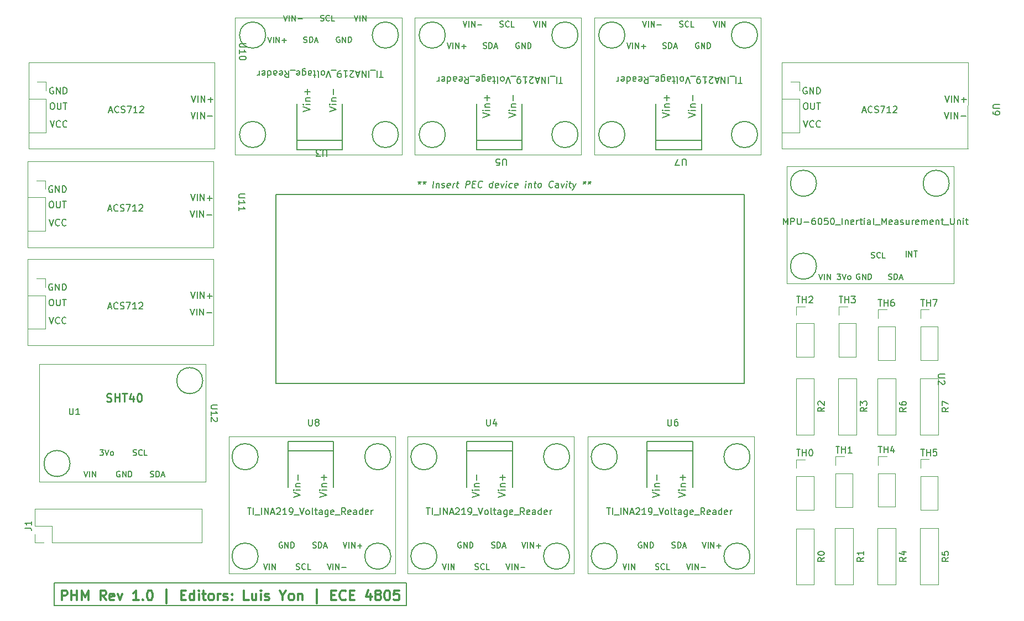
<source format=gbr>
%TF.GenerationSoftware,KiCad,Pcbnew,(6.0.0-0)*%
%TF.CreationDate,2022-09-21T21:39:13-04:00*%
%TF.ProjectId,PEC_Prognostic_Board,5045435f-5072-46f6-976e-6f737469635f,rev?*%
%TF.SameCoordinates,Original*%
%TF.FileFunction,Legend,Top*%
%TF.FilePolarity,Positive*%
%FSLAX46Y46*%
G04 Gerber Fmt 4.6, Leading zero omitted, Abs format (unit mm)*
G04 Created by KiCad (PCBNEW (6.0.0-0)) date 2022-09-21 21:39:13*
%MOMM*%
%LPD*%
G01*
G04 APERTURE LIST*
%ADD10C,0.200000*%
%ADD11C,0.300000*%
%ADD12C,0.150000*%
%ADD13C,0.142240*%
%ADD14C,0.220980*%
%ADD15C,0.177800*%
%ADD16C,0.120000*%
%ADD17C,0.203200*%
G04 APERTURE END LIST*
D10*
X110960173Y-68994505D02*
X182688167Y-68994505D01*
X182688167Y-68994505D02*
X182688167Y-97945940D01*
X182688167Y-97945940D02*
X110960173Y-97945940D01*
X110960173Y-97945940D02*
X110960173Y-68994505D01*
X77000000Y-128500000D02*
X131000000Y-128500000D01*
X131000000Y-128500000D02*
X131000000Y-132000000D01*
X131000000Y-132000000D02*
X77000000Y-132000000D01*
X77000000Y-132000000D02*
X77000000Y-128500000D01*
D11*
X78178571Y-131178571D02*
X78178571Y-129678571D01*
X78750000Y-129678571D01*
X78892857Y-129750000D01*
X78964285Y-129821428D01*
X79035714Y-129964285D01*
X79035714Y-130178571D01*
X78964285Y-130321428D01*
X78892857Y-130392857D01*
X78750000Y-130464285D01*
X78178571Y-130464285D01*
X79678571Y-131178571D02*
X79678571Y-129678571D01*
X79678571Y-130392857D02*
X80535714Y-130392857D01*
X80535714Y-131178571D02*
X80535714Y-129678571D01*
X81250000Y-131178571D02*
X81250000Y-129678571D01*
X81750000Y-130750000D01*
X82250000Y-129678571D01*
X82250000Y-131178571D01*
X84964285Y-131178571D02*
X84464285Y-130464285D01*
X84107142Y-131178571D02*
X84107142Y-129678571D01*
X84678571Y-129678571D01*
X84821428Y-129750000D01*
X84892857Y-129821428D01*
X84964285Y-129964285D01*
X84964285Y-130178571D01*
X84892857Y-130321428D01*
X84821428Y-130392857D01*
X84678571Y-130464285D01*
X84107142Y-130464285D01*
X86178571Y-131107142D02*
X86035714Y-131178571D01*
X85750000Y-131178571D01*
X85607142Y-131107142D01*
X85535714Y-130964285D01*
X85535714Y-130392857D01*
X85607142Y-130250000D01*
X85750000Y-130178571D01*
X86035714Y-130178571D01*
X86178571Y-130250000D01*
X86250000Y-130392857D01*
X86250000Y-130535714D01*
X85535714Y-130678571D01*
X86750000Y-130178571D02*
X87107142Y-131178571D01*
X87464285Y-130178571D01*
X89964285Y-131178571D02*
X89107142Y-131178571D01*
X89535714Y-131178571D02*
X89535714Y-129678571D01*
X89392857Y-129892857D01*
X89250000Y-130035714D01*
X89107142Y-130107142D01*
X90607142Y-131035714D02*
X90678571Y-131107142D01*
X90607142Y-131178571D01*
X90535714Y-131107142D01*
X90607142Y-131035714D01*
X90607142Y-131178571D01*
X91607142Y-129678571D02*
X91750000Y-129678571D01*
X91892857Y-129750000D01*
X91964285Y-129821428D01*
X92035714Y-129964285D01*
X92107142Y-130250000D01*
X92107142Y-130607142D01*
X92035714Y-130892857D01*
X91964285Y-131035714D01*
X91892857Y-131107142D01*
X91750000Y-131178571D01*
X91607142Y-131178571D01*
X91464285Y-131107142D01*
X91392857Y-131035714D01*
X91321428Y-130892857D01*
X91250000Y-130607142D01*
X91250000Y-130250000D01*
X91321428Y-129964285D01*
X91392857Y-129821428D01*
X91464285Y-129750000D01*
X91607142Y-129678571D01*
X94250000Y-131678571D02*
X94250000Y-129535714D01*
X96464285Y-130392857D02*
X96964285Y-130392857D01*
X97178571Y-131178571D02*
X96464285Y-131178571D01*
X96464285Y-129678571D01*
X97178571Y-129678571D01*
X98464285Y-131178571D02*
X98464285Y-129678571D01*
X98464285Y-131107142D02*
X98321428Y-131178571D01*
X98035714Y-131178571D01*
X97892857Y-131107142D01*
X97821428Y-131035714D01*
X97750000Y-130892857D01*
X97750000Y-130464285D01*
X97821428Y-130321428D01*
X97892857Y-130250000D01*
X98035714Y-130178571D01*
X98321428Y-130178571D01*
X98464285Y-130250000D01*
X99178571Y-131178571D02*
X99178571Y-130178571D01*
X99178571Y-129678571D02*
X99107142Y-129750000D01*
X99178571Y-129821428D01*
X99250000Y-129750000D01*
X99178571Y-129678571D01*
X99178571Y-129821428D01*
X99678571Y-130178571D02*
X100250000Y-130178571D01*
X99892857Y-129678571D02*
X99892857Y-130964285D01*
X99964285Y-131107142D01*
X100107142Y-131178571D01*
X100250000Y-131178571D01*
X100964285Y-131178571D02*
X100821428Y-131107142D01*
X100750000Y-131035714D01*
X100678571Y-130892857D01*
X100678571Y-130464285D01*
X100750000Y-130321428D01*
X100821428Y-130250000D01*
X100964285Y-130178571D01*
X101178571Y-130178571D01*
X101321428Y-130250000D01*
X101392857Y-130321428D01*
X101464285Y-130464285D01*
X101464285Y-130892857D01*
X101392857Y-131035714D01*
X101321428Y-131107142D01*
X101178571Y-131178571D01*
X100964285Y-131178571D01*
X102107142Y-131178571D02*
X102107142Y-130178571D01*
X102107142Y-130464285D02*
X102178571Y-130321428D01*
X102250000Y-130250000D01*
X102392857Y-130178571D01*
X102535714Y-130178571D01*
X102964285Y-131107142D02*
X103107142Y-131178571D01*
X103392857Y-131178571D01*
X103535714Y-131107142D01*
X103607142Y-130964285D01*
X103607142Y-130892857D01*
X103535714Y-130750000D01*
X103392857Y-130678571D01*
X103178571Y-130678571D01*
X103035714Y-130607142D01*
X102964285Y-130464285D01*
X102964285Y-130392857D01*
X103035714Y-130250000D01*
X103178571Y-130178571D01*
X103392857Y-130178571D01*
X103535714Y-130250000D01*
X104250000Y-131035714D02*
X104321428Y-131107142D01*
X104250000Y-131178571D01*
X104178571Y-131107142D01*
X104250000Y-131035714D01*
X104250000Y-131178571D01*
X104250000Y-130250000D02*
X104321428Y-130321428D01*
X104250000Y-130392857D01*
X104178571Y-130321428D01*
X104250000Y-130250000D01*
X104250000Y-130392857D01*
X106821428Y-131178571D02*
X106107142Y-131178571D01*
X106107142Y-129678571D01*
X107964285Y-130178571D02*
X107964285Y-131178571D01*
X107321428Y-130178571D02*
X107321428Y-130964285D01*
X107392857Y-131107142D01*
X107535714Y-131178571D01*
X107750000Y-131178571D01*
X107892857Y-131107142D01*
X107964285Y-131035714D01*
X108678571Y-131178571D02*
X108678571Y-130178571D01*
X108678571Y-129678571D02*
X108607142Y-129750000D01*
X108678571Y-129821428D01*
X108750000Y-129750000D01*
X108678571Y-129678571D01*
X108678571Y-129821428D01*
X109321428Y-131107142D02*
X109464285Y-131178571D01*
X109750000Y-131178571D01*
X109892857Y-131107142D01*
X109964285Y-130964285D01*
X109964285Y-130892857D01*
X109892857Y-130750000D01*
X109750000Y-130678571D01*
X109535714Y-130678571D01*
X109392857Y-130607142D01*
X109321428Y-130464285D01*
X109321428Y-130392857D01*
X109392857Y-130250000D01*
X109535714Y-130178571D01*
X109750000Y-130178571D01*
X109892857Y-130250000D01*
X112035714Y-130464285D02*
X112035714Y-131178571D01*
X111535714Y-129678571D02*
X112035714Y-130464285D01*
X112535714Y-129678571D01*
X113250000Y-131178571D02*
X113107142Y-131107142D01*
X113035714Y-131035714D01*
X112964285Y-130892857D01*
X112964285Y-130464285D01*
X113035714Y-130321428D01*
X113107142Y-130250000D01*
X113250000Y-130178571D01*
X113464285Y-130178571D01*
X113607142Y-130250000D01*
X113678571Y-130321428D01*
X113750000Y-130464285D01*
X113750000Y-130892857D01*
X113678571Y-131035714D01*
X113607142Y-131107142D01*
X113464285Y-131178571D01*
X113250000Y-131178571D01*
X114392857Y-130178571D02*
X114392857Y-131178571D01*
X114392857Y-130321428D02*
X114464285Y-130250000D01*
X114607142Y-130178571D01*
X114821428Y-130178571D01*
X114964285Y-130250000D01*
X115035714Y-130392857D01*
X115035714Y-131178571D01*
X117250000Y-131678571D02*
X117250000Y-129535714D01*
X119464285Y-130392857D02*
X119964285Y-130392857D01*
X120178571Y-131178571D02*
X119464285Y-131178571D01*
X119464285Y-129678571D01*
X120178571Y-129678571D01*
X121678571Y-131035714D02*
X121607142Y-131107142D01*
X121392857Y-131178571D01*
X121250000Y-131178571D01*
X121035714Y-131107142D01*
X120892857Y-130964285D01*
X120821428Y-130821428D01*
X120750000Y-130535714D01*
X120750000Y-130321428D01*
X120821428Y-130035714D01*
X120892857Y-129892857D01*
X121035714Y-129750000D01*
X121250000Y-129678571D01*
X121392857Y-129678571D01*
X121607142Y-129750000D01*
X121678571Y-129821428D01*
X122321428Y-130392857D02*
X122821428Y-130392857D01*
X123035714Y-131178571D02*
X122321428Y-131178571D01*
X122321428Y-129678571D01*
X123035714Y-129678571D01*
X125464285Y-130178571D02*
X125464285Y-131178571D01*
X125107142Y-129607142D02*
X124750000Y-130678571D01*
X125678571Y-130678571D01*
X126464285Y-130321428D02*
X126321428Y-130250000D01*
X126250000Y-130178571D01*
X126178571Y-130035714D01*
X126178571Y-129964285D01*
X126250000Y-129821428D01*
X126321428Y-129750000D01*
X126464285Y-129678571D01*
X126750000Y-129678571D01*
X126892857Y-129750000D01*
X126964285Y-129821428D01*
X127035714Y-129964285D01*
X127035714Y-130035714D01*
X126964285Y-130178571D01*
X126892857Y-130250000D01*
X126750000Y-130321428D01*
X126464285Y-130321428D01*
X126321428Y-130392857D01*
X126250000Y-130464285D01*
X126178571Y-130607142D01*
X126178571Y-130892857D01*
X126250000Y-131035714D01*
X126321428Y-131107142D01*
X126464285Y-131178571D01*
X126750000Y-131178571D01*
X126892857Y-131107142D01*
X126964285Y-131035714D01*
X127035714Y-130892857D01*
X127035714Y-130607142D01*
X126964285Y-130464285D01*
X126892857Y-130392857D01*
X126750000Y-130321428D01*
X127964285Y-129678571D02*
X128107142Y-129678571D01*
X128250000Y-129750000D01*
X128321428Y-129821428D01*
X128392857Y-129964285D01*
X128464285Y-130250000D01*
X128464285Y-130607142D01*
X128392857Y-130892857D01*
X128321428Y-131035714D01*
X128250000Y-131107142D01*
X128107142Y-131178571D01*
X127964285Y-131178571D01*
X127821428Y-131107142D01*
X127750000Y-131035714D01*
X127678571Y-130892857D01*
X127607142Y-130607142D01*
X127607142Y-130250000D01*
X127678571Y-129964285D01*
X127750000Y-129821428D01*
X127821428Y-129750000D01*
X127964285Y-129678571D01*
X129821428Y-129678571D02*
X129107142Y-129678571D01*
X129035714Y-130392857D01*
X129107142Y-130321428D01*
X129250000Y-130250000D01*
X129607142Y-130250000D01*
X129750000Y-130321428D01*
X129821428Y-130392857D01*
X129892857Y-130535714D01*
X129892857Y-130892857D01*
X129821428Y-131035714D01*
X129750000Y-131107142D01*
X129607142Y-131178571D01*
X129250000Y-131178571D01*
X129107142Y-131107142D01*
X129035714Y-131035714D01*
D12*
X133006517Y-66952380D02*
X132976755Y-67190476D01*
X132750565Y-67095238D02*
X132976755Y-67190476D01*
X133226755Y-67095238D01*
X132810089Y-67380952D02*
X132976755Y-67190476D01*
X133095803Y-67380952D01*
X133768422Y-66952380D02*
X133738660Y-67190476D01*
X133512470Y-67095238D02*
X133738660Y-67190476D01*
X133988660Y-67095238D01*
X133571994Y-67380952D02*
X133738660Y-67190476D01*
X133857708Y-67380952D01*
X135024375Y-67952380D02*
X135149375Y-66952380D01*
X135583898Y-67285714D02*
X135500565Y-67952380D01*
X135571994Y-67380952D02*
X135625565Y-67333333D01*
X135726755Y-67285714D01*
X135869613Y-67285714D01*
X135958898Y-67333333D01*
X135994613Y-67428571D01*
X135929136Y-67952380D01*
X136363660Y-67904761D02*
X136452946Y-67952380D01*
X136643422Y-67952380D01*
X136744613Y-67904761D01*
X136804136Y-67809523D01*
X136810089Y-67761904D01*
X136774375Y-67666666D01*
X136685089Y-67619047D01*
X136542232Y-67619047D01*
X136452946Y-67571428D01*
X136417232Y-67476190D01*
X136423184Y-67428571D01*
X136482708Y-67333333D01*
X136583898Y-67285714D01*
X136726755Y-67285714D01*
X136816041Y-67333333D01*
X137601755Y-67904761D02*
X137500565Y-67952380D01*
X137310089Y-67952380D01*
X137220803Y-67904761D01*
X137185089Y-67809523D01*
X137232708Y-67428571D01*
X137292232Y-67333333D01*
X137393422Y-67285714D01*
X137583898Y-67285714D01*
X137673184Y-67333333D01*
X137708898Y-67428571D01*
X137696994Y-67523809D01*
X137208898Y-67619047D01*
X138071994Y-67952380D02*
X138155327Y-67285714D01*
X138131517Y-67476190D02*
X138191041Y-67380952D01*
X138244613Y-67333333D01*
X138345803Y-67285714D01*
X138441041Y-67285714D01*
X138631517Y-67285714D02*
X139012470Y-67285714D01*
X138816041Y-66952380D02*
X138708898Y-67809523D01*
X138744613Y-67904761D01*
X138833898Y-67952380D01*
X138929136Y-67952380D01*
X140024375Y-67952380D02*
X140149375Y-66952380D01*
X140530327Y-66952380D01*
X140619613Y-67000000D01*
X140661279Y-67047619D01*
X140696994Y-67142857D01*
X140679136Y-67285714D01*
X140619613Y-67380952D01*
X140566041Y-67428571D01*
X140464851Y-67476190D01*
X140083898Y-67476190D01*
X141089851Y-67428571D02*
X141423184Y-67428571D01*
X141500565Y-67952380D02*
X141024375Y-67952380D01*
X141149375Y-66952380D01*
X141625565Y-66952380D01*
X142512470Y-67857142D02*
X142458898Y-67904761D01*
X142310089Y-67952380D01*
X142214851Y-67952380D01*
X142077946Y-67904761D01*
X141994613Y-67809523D01*
X141958898Y-67714285D01*
X141935089Y-67523809D01*
X141952946Y-67380952D01*
X142024375Y-67190476D01*
X142083898Y-67095238D01*
X142191041Y-67000000D01*
X142339851Y-66952380D01*
X142435089Y-66952380D01*
X142571994Y-67000000D01*
X142613660Y-67047619D01*
X144119613Y-67952380D02*
X144244613Y-66952380D01*
X144125565Y-67904761D02*
X144024375Y-67952380D01*
X143833898Y-67952380D01*
X143744613Y-67904761D01*
X143702946Y-67857142D01*
X143667232Y-67761904D01*
X143702946Y-67476190D01*
X143762470Y-67380952D01*
X143816041Y-67333333D01*
X143917232Y-67285714D01*
X144107708Y-67285714D01*
X144196994Y-67333333D01*
X144982708Y-67904761D02*
X144881517Y-67952380D01*
X144691041Y-67952380D01*
X144601755Y-67904761D01*
X144566041Y-67809523D01*
X144613660Y-67428571D01*
X144673184Y-67333333D01*
X144774375Y-67285714D01*
X144964851Y-67285714D01*
X145054136Y-67333333D01*
X145089851Y-67428571D01*
X145077946Y-67523809D01*
X144589851Y-67619047D01*
X145441041Y-67285714D02*
X145595803Y-67952380D01*
X145917232Y-67285714D01*
X146214851Y-67952380D02*
X146298184Y-67285714D01*
X146339851Y-66952380D02*
X146286279Y-67000000D01*
X146327946Y-67047619D01*
X146381517Y-67000000D01*
X146339851Y-66952380D01*
X146327946Y-67047619D01*
X147125565Y-67904761D02*
X147024375Y-67952380D01*
X146833898Y-67952380D01*
X146744613Y-67904761D01*
X146702946Y-67857142D01*
X146667232Y-67761904D01*
X146702946Y-67476190D01*
X146762470Y-67380952D01*
X146816041Y-67333333D01*
X146917232Y-67285714D01*
X147107708Y-67285714D01*
X147196994Y-67333333D01*
X147935089Y-67904761D02*
X147833898Y-67952380D01*
X147643422Y-67952380D01*
X147554136Y-67904761D01*
X147518422Y-67809523D01*
X147566041Y-67428571D01*
X147625565Y-67333333D01*
X147726755Y-67285714D01*
X147917232Y-67285714D01*
X148006517Y-67333333D01*
X148042232Y-67428571D01*
X148030327Y-67523809D01*
X147542232Y-67619047D01*
X149167232Y-67952380D02*
X149250565Y-67285714D01*
X149292232Y-66952380D02*
X149238660Y-67000000D01*
X149280327Y-67047619D01*
X149333898Y-67000000D01*
X149292232Y-66952380D01*
X149280327Y-67047619D01*
X149726755Y-67285714D02*
X149643422Y-67952380D01*
X149714851Y-67380952D02*
X149768422Y-67333333D01*
X149869613Y-67285714D01*
X150012470Y-67285714D01*
X150101755Y-67333333D01*
X150137470Y-67428571D01*
X150071994Y-67952380D01*
X150488660Y-67285714D02*
X150869613Y-67285714D01*
X150673184Y-66952380D02*
X150566041Y-67809523D01*
X150601755Y-67904761D01*
X150691041Y-67952380D01*
X150786279Y-67952380D01*
X151262470Y-67952380D02*
X151173184Y-67904761D01*
X151131517Y-67857142D01*
X151095803Y-67761904D01*
X151131517Y-67476190D01*
X151191041Y-67380952D01*
X151244613Y-67333333D01*
X151345803Y-67285714D01*
X151488660Y-67285714D01*
X151577946Y-67333333D01*
X151619613Y-67380952D01*
X151655327Y-67476190D01*
X151619613Y-67761904D01*
X151560089Y-67857142D01*
X151506517Y-67904761D01*
X151405327Y-67952380D01*
X151262470Y-67952380D01*
X153369613Y-67857142D02*
X153316041Y-67904761D01*
X153167232Y-67952380D01*
X153071994Y-67952380D01*
X152935089Y-67904761D01*
X152851755Y-67809523D01*
X152816041Y-67714285D01*
X152792232Y-67523809D01*
X152810089Y-67380952D01*
X152881517Y-67190476D01*
X152941041Y-67095238D01*
X153048184Y-67000000D01*
X153196994Y-66952380D01*
X153292232Y-66952380D01*
X153429136Y-67000000D01*
X153470803Y-67047619D01*
X154214851Y-67952380D02*
X154280327Y-67428571D01*
X154244613Y-67333333D01*
X154155327Y-67285714D01*
X153964851Y-67285714D01*
X153863660Y-67333333D01*
X154220803Y-67904761D02*
X154119613Y-67952380D01*
X153881517Y-67952380D01*
X153792232Y-67904761D01*
X153756517Y-67809523D01*
X153768422Y-67714285D01*
X153827946Y-67619047D01*
X153929136Y-67571428D01*
X154167232Y-67571428D01*
X154268422Y-67523809D01*
X154679136Y-67285714D02*
X154833898Y-67952380D01*
X155155327Y-67285714D01*
X155452946Y-67952380D02*
X155536279Y-67285714D01*
X155577946Y-66952380D02*
X155524374Y-67000000D01*
X155566041Y-67047619D01*
X155619613Y-67000000D01*
X155577946Y-66952380D01*
X155566041Y-67047619D01*
X155869613Y-67285714D02*
X156250565Y-67285714D01*
X156054136Y-66952380D02*
X155946994Y-67809523D01*
X155982708Y-67904761D01*
X156071994Y-67952380D01*
X156167232Y-67952380D01*
X156488660Y-67285714D02*
X156643422Y-67952380D01*
X156964851Y-67285714D02*
X156643422Y-67952380D01*
X156518422Y-68190476D01*
X156464851Y-68238095D01*
X156363660Y-68285714D01*
X158292232Y-66952380D02*
X158262470Y-67190476D01*
X158036279Y-67095238D02*
X158262470Y-67190476D01*
X158512470Y-67095238D01*
X158095803Y-67380952D02*
X158262470Y-67190476D01*
X158381517Y-67380952D01*
X159054136Y-66952380D02*
X159024374Y-67190476D01*
X158798184Y-67095238D02*
X159024374Y-67190476D01*
X159274374Y-67095238D01*
X158857708Y-67380952D02*
X159024374Y-67190476D01*
X159143422Y-67380952D01*
%TO.C,U9*%
X221774636Y-55238095D02*
X220965112Y-55238095D01*
X220869874Y-55285714D01*
X220822255Y-55333333D01*
X220774636Y-55428571D01*
X220774636Y-55619047D01*
X220822255Y-55714285D01*
X220869874Y-55761904D01*
X220965112Y-55809523D01*
X221774636Y-55809523D01*
X220774636Y-56333333D02*
X220774636Y-56523809D01*
X220822255Y-56619047D01*
X220869874Y-56666666D01*
X221012731Y-56761904D01*
X221203207Y-56809523D01*
X221584159Y-56809523D01*
X221679397Y-56761904D01*
X221727017Y-56714285D01*
X221774636Y-56619047D01*
X221774636Y-56428571D01*
X221727017Y-56333333D01*
X221679397Y-56285714D01*
X221584159Y-56238095D01*
X221346064Y-56238095D01*
X221250826Y-56285714D01*
X221203207Y-56333333D01*
X221155588Y-56428571D01*
X221155588Y-56619047D01*
X221203207Y-56714285D01*
X221250826Y-56761904D01*
X221346064Y-56809523D01*
X200804159Y-56166666D02*
X201280350Y-56166666D01*
X200708921Y-56452380D02*
X201042255Y-55452380D01*
X201375588Y-56452380D01*
X202280350Y-56357142D02*
X202232731Y-56404761D01*
X202089874Y-56452380D01*
X201994636Y-56452380D01*
X201851778Y-56404761D01*
X201756540Y-56309523D01*
X201708921Y-56214285D01*
X201661302Y-56023809D01*
X201661302Y-55880952D01*
X201708921Y-55690476D01*
X201756540Y-55595238D01*
X201851778Y-55500000D01*
X201994636Y-55452380D01*
X202089874Y-55452380D01*
X202232731Y-55500000D01*
X202280350Y-55547619D01*
X202661302Y-56404761D02*
X202804159Y-56452380D01*
X203042255Y-56452380D01*
X203137493Y-56404761D01*
X203185112Y-56357142D01*
X203232731Y-56261904D01*
X203232731Y-56166666D01*
X203185112Y-56071428D01*
X203137493Y-56023809D01*
X203042255Y-55976190D01*
X202851778Y-55928571D01*
X202756540Y-55880952D01*
X202708921Y-55833333D01*
X202661302Y-55738095D01*
X202661302Y-55642857D01*
X202708921Y-55547619D01*
X202756540Y-55500000D01*
X202851778Y-55452380D01*
X203089874Y-55452380D01*
X203232731Y-55500000D01*
X203566064Y-55452380D02*
X204232731Y-55452380D01*
X203804159Y-56452380D01*
X205137493Y-56452380D02*
X204566064Y-56452380D01*
X204851778Y-56452380D02*
X204851778Y-55452380D01*
X204756540Y-55595238D01*
X204661302Y-55690476D01*
X204566064Y-55738095D01*
X205518445Y-55547619D02*
X205566064Y-55500000D01*
X205661302Y-55452380D01*
X205899397Y-55452380D01*
X205994636Y-55500000D01*
X206042255Y-55547619D01*
X206089874Y-55642857D01*
X206089874Y-55738095D01*
X206042255Y-55880952D01*
X205470826Y-56452380D01*
X206089874Y-56452380D01*
X192021568Y-54958470D02*
X192212044Y-54958470D01*
X192307282Y-55006090D01*
X192402520Y-55101328D01*
X192450139Y-55291804D01*
X192450139Y-55625137D01*
X192402520Y-55815613D01*
X192307282Y-55910851D01*
X192212044Y-55958470D01*
X192021568Y-55958470D01*
X191926329Y-55910851D01*
X191831091Y-55815613D01*
X191783472Y-55625137D01*
X191783472Y-55291804D01*
X191831091Y-55101328D01*
X191926329Y-55006090D01*
X192021568Y-54958470D01*
X192878710Y-54958470D02*
X192878710Y-55767994D01*
X192926329Y-55863232D01*
X192973948Y-55910851D01*
X193069187Y-55958470D01*
X193259663Y-55958470D01*
X193354901Y-55910851D01*
X193402520Y-55863232D01*
X193450139Y-55767994D01*
X193450139Y-54958470D01*
X193783472Y-54958470D02*
X194354901Y-54958470D01*
X194069187Y-55958470D02*
X194069187Y-54958470D01*
X192259663Y-52631740D02*
X192164425Y-52584120D01*
X192021568Y-52584120D01*
X191878710Y-52631740D01*
X191783472Y-52726978D01*
X191735853Y-52822216D01*
X191688234Y-53012692D01*
X191688234Y-53155549D01*
X191735853Y-53346025D01*
X191783472Y-53441263D01*
X191878710Y-53536501D01*
X192021568Y-53584120D01*
X192116806Y-53584120D01*
X192259663Y-53536501D01*
X192307282Y-53488882D01*
X192307282Y-53155549D01*
X192116806Y-53155549D01*
X192735853Y-53584120D02*
X192735853Y-52584120D01*
X193307282Y-53584120D01*
X193307282Y-52584120D01*
X193783472Y-53584120D02*
X193783472Y-52584120D01*
X194021568Y-52584120D01*
X194164425Y-52631740D01*
X194259663Y-52726978D01*
X194307282Y-52822216D01*
X194354901Y-53012692D01*
X194354901Y-53155549D01*
X194307282Y-53346025D01*
X194259663Y-53441263D01*
X194164425Y-53536501D01*
X194021568Y-53584120D01*
X193783472Y-53584120D01*
X191771061Y-57691733D02*
X192104395Y-58691733D01*
X192437728Y-57691733D01*
X193342490Y-58596495D02*
X193294871Y-58644114D01*
X193152014Y-58691733D01*
X193056775Y-58691733D01*
X192913918Y-58644114D01*
X192818680Y-58548876D01*
X192771061Y-58453638D01*
X192723442Y-58263162D01*
X192723442Y-58120305D01*
X192771061Y-57929829D01*
X192818680Y-57834591D01*
X192913918Y-57739353D01*
X193056775Y-57691733D01*
X193152014Y-57691733D01*
X193294871Y-57739353D01*
X193342490Y-57786972D01*
X194342490Y-58596495D02*
X194294871Y-58644114D01*
X194152014Y-58691733D01*
X194056775Y-58691733D01*
X193913918Y-58644114D01*
X193818680Y-58548876D01*
X193771061Y-58453638D01*
X193723442Y-58263162D01*
X193723442Y-58120305D01*
X193771061Y-57929829D01*
X193818680Y-57834591D01*
X193913918Y-57739353D01*
X194056775Y-57691733D01*
X194152014Y-57691733D01*
X194294871Y-57739353D01*
X194342490Y-57786972D01*
X213354333Y-56388964D02*
X213687666Y-57388964D01*
X214020999Y-56388964D01*
X214354333Y-57388964D02*
X214354333Y-56388964D01*
X214830523Y-57388964D02*
X214830523Y-56388964D01*
X215401952Y-57388964D01*
X215401952Y-56388964D01*
X215878142Y-57008012D02*
X216640047Y-57008012D01*
X213416414Y-53843608D02*
X213749747Y-54843608D01*
X214083080Y-53843608D01*
X214416414Y-54843608D02*
X214416414Y-53843608D01*
X214892604Y-54843608D02*
X214892604Y-53843608D01*
X215464033Y-54843608D01*
X215464033Y-53843608D01*
X215940223Y-54462656D02*
X216702128Y-54462656D01*
X216321176Y-54843608D02*
X216321176Y-54081704D01*
%TO.C,R1*%
X200972380Y-124626666D02*
X200496190Y-124960000D01*
X200972380Y-125198095D02*
X199972380Y-125198095D01*
X199972380Y-124817142D01*
X200020000Y-124721904D01*
X200067619Y-124674285D01*
X200162857Y-124626666D01*
X200305714Y-124626666D01*
X200400952Y-124674285D01*
X200448571Y-124721904D01*
X200496190Y-124817142D01*
X200496190Y-125198095D01*
X200972380Y-123674285D02*
X200972380Y-124245714D01*
X200972380Y-123960000D02*
X199972380Y-123960000D01*
X200115238Y-124055238D01*
X200210476Y-124150476D01*
X200258095Y-124245714D01*
%TO.C,U1*%
X79368095Y-101732380D02*
X79368095Y-102541904D01*
X79415714Y-102637142D01*
X79463333Y-102684761D01*
X79558571Y-102732380D01*
X79749047Y-102732380D01*
X79844285Y-102684761D01*
X79891904Y-102637142D01*
X79939523Y-102541904D01*
X79939523Y-101732380D01*
X80939523Y-102732380D02*
X80368095Y-102732380D01*
X80653809Y-102732380D02*
X80653809Y-101732380D01*
X80558571Y-101875238D01*
X80463333Y-101970476D01*
X80368095Y-102018095D01*
D13*
X89122809Y-108935664D02*
X89247632Y-108977272D01*
X89455670Y-108977272D01*
X89538885Y-108935664D01*
X89580493Y-108894057D01*
X89622100Y-108810841D01*
X89622100Y-108727626D01*
X89580493Y-108644411D01*
X89538885Y-108602803D01*
X89455670Y-108561196D01*
X89289240Y-108519588D01*
X89206024Y-108477980D01*
X89164417Y-108436373D01*
X89122809Y-108353158D01*
X89122809Y-108269942D01*
X89164417Y-108186727D01*
X89206024Y-108145120D01*
X89289240Y-108103512D01*
X89497278Y-108103512D01*
X89622100Y-108145120D01*
X90495860Y-108894057D02*
X90454253Y-108935664D01*
X90329430Y-108977272D01*
X90246215Y-108977272D01*
X90121392Y-108935664D01*
X90038177Y-108852449D01*
X89996569Y-108769234D01*
X89954961Y-108602803D01*
X89954961Y-108477980D01*
X89996569Y-108311550D01*
X90038177Y-108228335D01*
X90121392Y-108145120D01*
X90246215Y-108103512D01*
X90329430Y-108103512D01*
X90454253Y-108145120D01*
X90495860Y-108186727D01*
X91286405Y-108977272D02*
X90870329Y-108977272D01*
X90870329Y-108103512D01*
X84022005Y-108103512D02*
X84562904Y-108103512D01*
X84271651Y-108436373D01*
X84396474Y-108436373D01*
X84479689Y-108477980D01*
X84521297Y-108519588D01*
X84562904Y-108602803D01*
X84562904Y-108810841D01*
X84521297Y-108894057D01*
X84479689Y-108935664D01*
X84396474Y-108977272D01*
X84146828Y-108977272D01*
X84063613Y-108935664D01*
X84022005Y-108894057D01*
X84812550Y-108103512D02*
X85103803Y-108977272D01*
X85395057Y-108103512D01*
X85811133Y-108977272D02*
X85727918Y-108935664D01*
X85686310Y-108894057D01*
X85644702Y-108810841D01*
X85644702Y-108561196D01*
X85686310Y-108477980D01*
X85727918Y-108436373D01*
X85811133Y-108394765D01*
X85935956Y-108394765D01*
X86019171Y-108436373D01*
X86060779Y-108477980D01*
X86102386Y-108561196D01*
X86102386Y-108810841D01*
X86060779Y-108894057D01*
X86019171Y-108935664D01*
X85935956Y-108977272D01*
X85811133Y-108977272D01*
X87084278Y-111447120D02*
X87001062Y-111405512D01*
X86876240Y-111405512D01*
X86751417Y-111447120D01*
X86668201Y-111530335D01*
X86626594Y-111613550D01*
X86584986Y-111779980D01*
X86584986Y-111904803D01*
X86626594Y-112071234D01*
X86668201Y-112154449D01*
X86751417Y-112237664D01*
X86876240Y-112279272D01*
X86959455Y-112279272D01*
X87084278Y-112237664D01*
X87125885Y-112196057D01*
X87125885Y-111904803D01*
X86959455Y-111904803D01*
X87500354Y-112279272D02*
X87500354Y-111405512D01*
X87999645Y-112279272D01*
X87999645Y-111405512D01*
X88415721Y-112279272D02*
X88415721Y-111405512D01*
X88623760Y-111405512D01*
X88748582Y-111447120D01*
X88831798Y-111530335D01*
X88873405Y-111613550D01*
X88915013Y-111779980D01*
X88915013Y-111904803D01*
X88873405Y-112071234D01*
X88831798Y-112154449D01*
X88748582Y-112237664D01*
X88623760Y-112279272D01*
X88415721Y-112279272D01*
X81586024Y-111405512D02*
X81877278Y-112279272D01*
X82168531Y-111405512D01*
X82459784Y-112279272D02*
X82459784Y-111405512D01*
X82875860Y-112279272D02*
X82875860Y-111405512D01*
X83375152Y-112279272D01*
X83375152Y-111405512D01*
X91769005Y-112237664D02*
X91893828Y-112279272D01*
X92101866Y-112279272D01*
X92185081Y-112237664D01*
X92226689Y-112196057D01*
X92268297Y-112112841D01*
X92268297Y-112029626D01*
X92226689Y-111946411D01*
X92185081Y-111904803D01*
X92101866Y-111863196D01*
X91935436Y-111821588D01*
X91852220Y-111779980D01*
X91810613Y-111738373D01*
X91769005Y-111655158D01*
X91769005Y-111571942D01*
X91810613Y-111488727D01*
X91852220Y-111447120D01*
X91935436Y-111405512D01*
X92143474Y-111405512D01*
X92268297Y-111447120D01*
X92642765Y-112279272D02*
X92642765Y-111405512D01*
X92850803Y-111405512D01*
X92975626Y-111447120D01*
X93058841Y-111530335D01*
X93100449Y-111613550D01*
X93142057Y-111779980D01*
X93142057Y-111904803D01*
X93100449Y-112071234D01*
X93058841Y-112154449D01*
X92975626Y-112237664D01*
X92850803Y-112279272D01*
X92642765Y-112279272D01*
X93474918Y-112029626D02*
X93890994Y-112029626D01*
X93391702Y-112279272D02*
X93682956Y-111405512D01*
X93974209Y-112279272D01*
D14*
X85066671Y-100706850D02*
X85245560Y-100766480D01*
X85543707Y-100766480D01*
X85662966Y-100706850D01*
X85722596Y-100647221D01*
X85782225Y-100527962D01*
X85782225Y-100408703D01*
X85722596Y-100289444D01*
X85662966Y-100229814D01*
X85543707Y-100170185D01*
X85305189Y-100110555D01*
X85185930Y-100050926D01*
X85126300Y-99991296D01*
X85066671Y-99872037D01*
X85066671Y-99752778D01*
X85126300Y-99633519D01*
X85185930Y-99573890D01*
X85305189Y-99514260D01*
X85603337Y-99514260D01*
X85782225Y-99573890D01*
X86318891Y-100766480D02*
X86318891Y-99514260D01*
X86318891Y-100110555D02*
X87034445Y-100110555D01*
X87034445Y-100766480D02*
X87034445Y-99514260D01*
X87451852Y-99514260D02*
X88167406Y-99514260D01*
X87809629Y-100766480D02*
X87809629Y-99514260D01*
X89121479Y-99931667D02*
X89121479Y-100766480D01*
X88823331Y-99454630D02*
X88525183Y-100349073D01*
X89300367Y-100349073D01*
X90015921Y-99514260D02*
X90135180Y-99514260D01*
X90254440Y-99573890D01*
X90314069Y-99633519D01*
X90373699Y-99752778D01*
X90433328Y-99991296D01*
X90433328Y-100289444D01*
X90373699Y-100527962D01*
X90314069Y-100647221D01*
X90254440Y-100706850D01*
X90135180Y-100766480D01*
X90015921Y-100766480D01*
X89896662Y-100706850D01*
X89837033Y-100647221D01*
X89777403Y-100527962D01*
X89717774Y-100289444D01*
X89717774Y-99991296D01*
X89777403Y-99752778D01*
X89837033Y-99633519D01*
X89896662Y-99573890D01*
X90015921Y-99514260D01*
D12*
%TO.C,TH7*%
X209714285Y-85082380D02*
X210285714Y-85082380D01*
X210000000Y-86082380D02*
X210000000Y-85082380D01*
X210619047Y-86082380D02*
X210619047Y-85082380D01*
X210619047Y-85558571D02*
X211190476Y-85558571D01*
X211190476Y-86082380D02*
X211190476Y-85082380D01*
X211571428Y-85082380D02*
X212238095Y-85082380D01*
X211809523Y-86082380D01*
%TO.C,TH5*%
X209714285Y-108027380D02*
X210285714Y-108027380D01*
X210000000Y-109027380D02*
X210000000Y-108027380D01*
X210619047Y-109027380D02*
X210619047Y-108027380D01*
X210619047Y-108503571D02*
X211190476Y-108503571D01*
X211190476Y-109027380D02*
X211190476Y-108027380D01*
X212142857Y-108027380D02*
X211666666Y-108027380D01*
X211619047Y-108503571D01*
X211666666Y-108455952D01*
X211761904Y-108408333D01*
X212000000Y-108408333D01*
X212095238Y-108455952D01*
X212142857Y-108503571D01*
X212190476Y-108598809D01*
X212190476Y-108836904D01*
X212142857Y-108932142D01*
X212095238Y-108979761D01*
X212000000Y-109027380D01*
X211761904Y-109027380D01*
X211666666Y-108979761D01*
X211619047Y-108932142D01*
%TO.C,U4*%
X143238095Y-103452380D02*
X143238095Y-104261904D01*
X143285714Y-104357142D01*
X143333333Y-104404761D01*
X143428571Y-104452380D01*
X143619047Y-104452380D01*
X143714285Y-104404761D01*
X143761904Y-104357142D01*
X143809523Y-104261904D01*
X143809523Y-103452380D01*
X144714285Y-103785714D02*
X144714285Y-104452380D01*
X144476190Y-103404761D02*
X144238095Y-104119047D01*
X144857142Y-104119047D01*
X134010952Y-117047380D02*
X134582380Y-117047380D01*
X134296666Y-118047380D02*
X134296666Y-117047380D01*
X134915714Y-118047380D02*
X134915714Y-117047380D01*
X135153809Y-118142619D02*
X135915714Y-118142619D01*
X136153809Y-118047380D02*
X136153809Y-117047380D01*
X136630000Y-118047380D02*
X136630000Y-117047380D01*
X137201428Y-118047380D01*
X137201428Y-117047380D01*
X137630000Y-117761666D02*
X138106190Y-117761666D01*
X137534761Y-118047380D02*
X137868095Y-117047380D01*
X138201428Y-118047380D01*
X138487142Y-117142619D02*
X138534761Y-117095000D01*
X138630000Y-117047380D01*
X138868095Y-117047380D01*
X138963333Y-117095000D01*
X139010952Y-117142619D01*
X139058571Y-117237857D01*
X139058571Y-117333095D01*
X139010952Y-117475952D01*
X138439523Y-118047380D01*
X139058571Y-118047380D01*
X140010952Y-118047380D02*
X139439523Y-118047380D01*
X139725238Y-118047380D02*
X139725238Y-117047380D01*
X139630000Y-117190238D01*
X139534761Y-117285476D01*
X139439523Y-117333095D01*
X140487142Y-118047380D02*
X140677619Y-118047380D01*
X140772857Y-117999761D01*
X140820476Y-117952142D01*
X140915714Y-117809285D01*
X140963333Y-117618809D01*
X140963333Y-117237857D01*
X140915714Y-117142619D01*
X140868095Y-117095000D01*
X140772857Y-117047380D01*
X140582380Y-117047380D01*
X140487142Y-117095000D01*
X140439523Y-117142619D01*
X140391904Y-117237857D01*
X140391904Y-117475952D01*
X140439523Y-117571190D01*
X140487142Y-117618809D01*
X140582380Y-117666428D01*
X140772857Y-117666428D01*
X140868095Y-117618809D01*
X140915714Y-117571190D01*
X140963333Y-117475952D01*
X141153809Y-118142619D02*
X141915714Y-118142619D01*
X142010952Y-117047380D02*
X142344285Y-118047380D01*
X142677619Y-117047380D01*
X143153809Y-118047380D02*
X143058571Y-117999761D01*
X143010952Y-117952142D01*
X142963333Y-117856904D01*
X142963333Y-117571190D01*
X143010952Y-117475952D01*
X143058571Y-117428333D01*
X143153809Y-117380714D01*
X143296666Y-117380714D01*
X143391904Y-117428333D01*
X143439523Y-117475952D01*
X143487142Y-117571190D01*
X143487142Y-117856904D01*
X143439523Y-117952142D01*
X143391904Y-117999761D01*
X143296666Y-118047380D01*
X143153809Y-118047380D01*
X144058571Y-118047380D02*
X143963333Y-117999761D01*
X143915714Y-117904523D01*
X143915714Y-117047380D01*
X144296666Y-117380714D02*
X144677619Y-117380714D01*
X144439523Y-117047380D02*
X144439523Y-117904523D01*
X144487142Y-117999761D01*
X144582380Y-118047380D01*
X144677619Y-118047380D01*
X145439523Y-118047380D02*
X145439523Y-117523571D01*
X145391904Y-117428333D01*
X145296666Y-117380714D01*
X145106190Y-117380714D01*
X145010952Y-117428333D01*
X145439523Y-117999761D02*
X145344285Y-118047380D01*
X145106190Y-118047380D01*
X145010952Y-117999761D01*
X144963333Y-117904523D01*
X144963333Y-117809285D01*
X145010952Y-117714047D01*
X145106190Y-117666428D01*
X145344285Y-117666428D01*
X145439523Y-117618809D01*
X146344285Y-117380714D02*
X146344285Y-118190238D01*
X146296666Y-118285476D01*
X146249047Y-118333095D01*
X146153809Y-118380714D01*
X146010952Y-118380714D01*
X145915714Y-118333095D01*
X146344285Y-117999761D02*
X146249047Y-118047380D01*
X146058571Y-118047380D01*
X145963333Y-117999761D01*
X145915714Y-117952142D01*
X145868095Y-117856904D01*
X145868095Y-117571190D01*
X145915714Y-117475952D01*
X145963333Y-117428333D01*
X146058571Y-117380714D01*
X146249047Y-117380714D01*
X146344285Y-117428333D01*
X147201428Y-117999761D02*
X147106190Y-118047380D01*
X146915714Y-118047380D01*
X146820476Y-117999761D01*
X146772857Y-117904523D01*
X146772857Y-117523571D01*
X146820476Y-117428333D01*
X146915714Y-117380714D01*
X147106190Y-117380714D01*
X147201428Y-117428333D01*
X147249047Y-117523571D01*
X147249047Y-117618809D01*
X146772857Y-117714047D01*
X147439523Y-118142619D02*
X148201428Y-118142619D01*
X149010952Y-118047380D02*
X148677619Y-117571190D01*
X148439523Y-118047380D02*
X148439523Y-117047380D01*
X148820476Y-117047380D01*
X148915714Y-117095000D01*
X148963333Y-117142619D01*
X149010952Y-117237857D01*
X149010952Y-117380714D01*
X148963333Y-117475952D01*
X148915714Y-117523571D01*
X148820476Y-117571190D01*
X148439523Y-117571190D01*
X149820476Y-117999761D02*
X149725238Y-118047380D01*
X149534761Y-118047380D01*
X149439523Y-117999761D01*
X149391904Y-117904523D01*
X149391904Y-117523571D01*
X149439523Y-117428333D01*
X149534761Y-117380714D01*
X149725238Y-117380714D01*
X149820476Y-117428333D01*
X149868095Y-117523571D01*
X149868095Y-117618809D01*
X149391904Y-117714047D01*
X150725238Y-118047380D02*
X150725238Y-117523571D01*
X150677619Y-117428333D01*
X150582380Y-117380714D01*
X150391904Y-117380714D01*
X150296666Y-117428333D01*
X150725238Y-117999761D02*
X150630000Y-118047380D01*
X150391904Y-118047380D01*
X150296666Y-117999761D01*
X150249047Y-117904523D01*
X150249047Y-117809285D01*
X150296666Y-117714047D01*
X150391904Y-117666428D01*
X150630000Y-117666428D01*
X150725238Y-117618809D01*
X151630000Y-118047380D02*
X151630000Y-117047380D01*
X151630000Y-117999761D02*
X151534761Y-118047380D01*
X151344285Y-118047380D01*
X151249047Y-117999761D01*
X151201428Y-117952142D01*
X151153809Y-117856904D01*
X151153809Y-117571190D01*
X151201428Y-117475952D01*
X151249047Y-117428333D01*
X151344285Y-117380714D01*
X151534761Y-117380714D01*
X151630000Y-117428333D01*
X152487142Y-117999761D02*
X152391904Y-118047380D01*
X152201428Y-118047380D01*
X152106190Y-117999761D01*
X152058571Y-117904523D01*
X152058571Y-117523571D01*
X152106190Y-117428333D01*
X152201428Y-117380714D01*
X152391904Y-117380714D01*
X152487142Y-117428333D01*
X152534761Y-117523571D01*
X152534761Y-117618809D01*
X152058571Y-117714047D01*
X152963333Y-118047380D02*
X152963333Y-117380714D01*
X152963333Y-117571190D02*
X153010952Y-117475952D01*
X153058571Y-117428333D01*
X153153809Y-117380714D01*
X153249047Y-117380714D01*
D13*
X144012005Y-123130664D02*
X144136828Y-123172272D01*
X144344866Y-123172272D01*
X144428081Y-123130664D01*
X144469689Y-123089057D01*
X144511297Y-123005841D01*
X144511297Y-122922626D01*
X144469689Y-122839411D01*
X144428081Y-122797803D01*
X144344866Y-122756196D01*
X144178436Y-122714588D01*
X144095220Y-122672980D01*
X144053613Y-122631373D01*
X144012005Y-122548158D01*
X144012005Y-122464942D01*
X144053613Y-122381727D01*
X144095220Y-122340120D01*
X144178436Y-122298512D01*
X144386474Y-122298512D01*
X144511297Y-122340120D01*
X144885765Y-123172272D02*
X144885765Y-122298512D01*
X145093803Y-122298512D01*
X145218626Y-122340120D01*
X145301841Y-122423335D01*
X145343449Y-122506550D01*
X145385057Y-122672980D01*
X145385057Y-122797803D01*
X145343449Y-122964234D01*
X145301841Y-123047449D01*
X145218626Y-123130664D01*
X145093803Y-123172272D01*
X144885765Y-123172272D01*
X145717918Y-122922626D02*
X146133994Y-122922626D01*
X145634702Y-123172272D02*
X145925956Y-122298512D01*
X146217209Y-123172272D01*
X139327278Y-122340120D02*
X139244062Y-122298512D01*
X139119240Y-122298512D01*
X138994417Y-122340120D01*
X138911201Y-122423335D01*
X138869594Y-122506550D01*
X138827986Y-122672980D01*
X138827986Y-122797803D01*
X138869594Y-122964234D01*
X138911201Y-123047449D01*
X138994417Y-123130664D01*
X139119240Y-123172272D01*
X139202455Y-123172272D01*
X139327278Y-123130664D01*
X139368885Y-123089057D01*
X139368885Y-122797803D01*
X139202455Y-122797803D01*
X139743354Y-123172272D02*
X139743354Y-122298512D01*
X140242645Y-123172272D01*
X140242645Y-122298512D01*
X140658721Y-123172272D02*
X140658721Y-122298512D01*
X140866760Y-122298512D01*
X140991582Y-122340120D01*
X141074798Y-122423335D01*
X141116405Y-122506550D01*
X141158013Y-122672980D01*
X141158013Y-122797803D01*
X141116405Y-122964234D01*
X141074798Y-123047449D01*
X140991582Y-123130664D01*
X140866760Y-123172272D01*
X140658721Y-123172272D01*
D15*
X141031890Y-115389328D02*
X142124090Y-115025261D01*
X141031890Y-114661195D01*
X142124090Y-114297128D02*
X141395957Y-114297128D01*
X141031890Y-114297128D02*
X141083900Y-114349138D01*
X141135909Y-114297128D01*
X141083900Y-114245119D01*
X141031890Y-114297128D01*
X141135909Y-114297128D01*
X141395957Y-113777033D02*
X142124090Y-113777033D01*
X141499976Y-113777033D02*
X141447966Y-113725023D01*
X141395957Y-113621004D01*
X141395957Y-113464976D01*
X141447966Y-113360957D01*
X141551985Y-113308947D01*
X142124090Y-113308947D01*
X141708014Y-112788852D02*
X141708014Y-111956700D01*
D13*
X146242125Y-125600512D02*
X146533379Y-126474272D01*
X146824632Y-125600512D01*
X147115885Y-126474272D02*
X147115885Y-125600512D01*
X147531961Y-126474272D02*
X147531961Y-125600512D01*
X148031253Y-126474272D01*
X148031253Y-125600512D01*
X148447329Y-126141411D02*
X149113051Y-126141411D01*
D15*
X145031890Y-115389328D02*
X146124090Y-115025261D01*
X145031890Y-114661195D01*
X146124090Y-114297128D02*
X145395957Y-114297128D01*
X145031890Y-114297128D02*
X145083900Y-114349138D01*
X145135909Y-114297128D01*
X145083900Y-114245119D01*
X145031890Y-114297128D01*
X145135909Y-114297128D01*
X145395957Y-113777033D02*
X146124090Y-113777033D01*
X145499976Y-113777033D02*
X145447966Y-113725023D01*
X145395957Y-113621004D01*
X145395957Y-113464976D01*
X145447966Y-113360957D01*
X145551985Y-113308947D01*
X146124090Y-113308947D01*
X145708014Y-112788852D02*
X145708014Y-111956700D01*
X146124090Y-112372776D02*
X145291938Y-112372776D01*
D13*
X136496024Y-125600512D02*
X136787278Y-126474272D01*
X137078531Y-125600512D01*
X137369784Y-126474272D02*
X137369784Y-125600512D01*
X137785860Y-126474272D02*
X137785860Y-125600512D01*
X138285152Y-126474272D01*
X138285152Y-125600512D01*
X148655125Y-122298512D02*
X148946379Y-123172272D01*
X149237632Y-122298512D01*
X149528885Y-123172272D02*
X149528885Y-122298512D01*
X149944961Y-123172272D02*
X149944961Y-122298512D01*
X150444253Y-123172272D01*
X150444253Y-122298512D01*
X150860329Y-122839411D02*
X151526051Y-122839411D01*
X151193190Y-123172272D02*
X151193190Y-122506550D01*
X141492809Y-126432664D02*
X141617632Y-126474272D01*
X141825670Y-126474272D01*
X141908885Y-126432664D01*
X141950493Y-126391057D01*
X141992100Y-126307841D01*
X141992100Y-126224626D01*
X141950493Y-126141411D01*
X141908885Y-126099803D01*
X141825670Y-126058196D01*
X141659240Y-126016588D01*
X141576024Y-125974980D01*
X141534417Y-125933373D01*
X141492809Y-125850158D01*
X141492809Y-125766942D01*
X141534417Y-125683727D01*
X141576024Y-125642120D01*
X141659240Y-125600512D01*
X141867278Y-125600512D01*
X141992100Y-125642120D01*
X142865860Y-126391057D02*
X142824253Y-126432664D01*
X142699430Y-126474272D01*
X142616215Y-126474272D01*
X142491392Y-126432664D01*
X142408177Y-126349449D01*
X142366569Y-126266234D01*
X142324961Y-126099803D01*
X142324961Y-125974980D01*
X142366569Y-125808550D01*
X142408177Y-125725335D01*
X142491392Y-125642120D01*
X142616215Y-125600512D01*
X142699430Y-125600512D01*
X142824253Y-125642120D01*
X142865860Y-125683727D01*
X143656405Y-126474272D02*
X143240329Y-126474272D01*
X143240329Y-125600512D01*
D12*
%TO.C,TH6*%
X203214285Y-85097380D02*
X203785714Y-85097380D01*
X203500000Y-86097380D02*
X203500000Y-85097380D01*
X204119047Y-86097380D02*
X204119047Y-85097380D01*
X204119047Y-85573571D02*
X204690476Y-85573571D01*
X204690476Y-86097380D02*
X204690476Y-85097380D01*
X205595238Y-85097380D02*
X205404761Y-85097380D01*
X205309523Y-85145000D01*
X205261904Y-85192619D01*
X205166666Y-85335476D01*
X205119047Y-85525952D01*
X205119047Y-85906904D01*
X205166666Y-86002142D01*
X205214285Y-86049761D01*
X205309523Y-86097380D01*
X205500000Y-86097380D01*
X205595238Y-86049761D01*
X205642857Y-86002142D01*
X205690476Y-85906904D01*
X205690476Y-85668809D01*
X205642857Y-85573571D01*
X205595238Y-85525952D01*
X205500000Y-85478333D01*
X205309523Y-85478333D01*
X205214285Y-85525952D01*
X205166666Y-85573571D01*
X205119047Y-85668809D01*
%TO.C,U7*%
X173761904Y-64547619D02*
X173761904Y-63738095D01*
X173714285Y-63642857D01*
X173666666Y-63595238D01*
X173571428Y-63547619D01*
X173380952Y-63547619D01*
X173285714Y-63595238D01*
X173238095Y-63642857D01*
X173190476Y-63738095D01*
X173190476Y-64547619D01*
X172809523Y-64547619D02*
X172142857Y-64547619D01*
X172571428Y-63547619D01*
X182369047Y-51952619D02*
X181797619Y-51952619D01*
X182083333Y-50952619D02*
X182083333Y-51952619D01*
X181464285Y-50952619D02*
X181464285Y-51952619D01*
X181226190Y-50857380D02*
X180464285Y-50857380D01*
X180226190Y-50952619D02*
X180226190Y-51952619D01*
X179750000Y-50952619D02*
X179750000Y-51952619D01*
X179178571Y-50952619D01*
X179178571Y-51952619D01*
X178750000Y-51238333D02*
X178273809Y-51238333D01*
X178845238Y-50952619D02*
X178511904Y-51952619D01*
X178178571Y-50952619D01*
X177892857Y-51857380D02*
X177845238Y-51905000D01*
X177750000Y-51952619D01*
X177511904Y-51952619D01*
X177416666Y-51905000D01*
X177369047Y-51857380D01*
X177321428Y-51762142D01*
X177321428Y-51666904D01*
X177369047Y-51524047D01*
X177940476Y-50952619D01*
X177321428Y-50952619D01*
X176369047Y-50952619D02*
X176940476Y-50952619D01*
X176654761Y-50952619D02*
X176654761Y-51952619D01*
X176750000Y-51809761D01*
X176845238Y-51714523D01*
X176940476Y-51666904D01*
X175892857Y-50952619D02*
X175702380Y-50952619D01*
X175607142Y-51000238D01*
X175559523Y-51047857D01*
X175464285Y-51190714D01*
X175416666Y-51381190D01*
X175416666Y-51762142D01*
X175464285Y-51857380D01*
X175511904Y-51905000D01*
X175607142Y-51952619D01*
X175797619Y-51952619D01*
X175892857Y-51905000D01*
X175940476Y-51857380D01*
X175988095Y-51762142D01*
X175988095Y-51524047D01*
X175940476Y-51428809D01*
X175892857Y-51381190D01*
X175797619Y-51333571D01*
X175607142Y-51333571D01*
X175511904Y-51381190D01*
X175464285Y-51428809D01*
X175416666Y-51524047D01*
X175226190Y-50857380D02*
X174464285Y-50857380D01*
X174369047Y-51952619D02*
X174035714Y-50952619D01*
X173702380Y-51952619D01*
X173226190Y-50952619D02*
X173321428Y-51000238D01*
X173369047Y-51047857D01*
X173416666Y-51143095D01*
X173416666Y-51428809D01*
X173369047Y-51524047D01*
X173321428Y-51571666D01*
X173226190Y-51619285D01*
X173083333Y-51619285D01*
X172988095Y-51571666D01*
X172940476Y-51524047D01*
X172892857Y-51428809D01*
X172892857Y-51143095D01*
X172940476Y-51047857D01*
X172988095Y-51000238D01*
X173083333Y-50952619D01*
X173226190Y-50952619D01*
X172321428Y-50952619D02*
X172416666Y-51000238D01*
X172464285Y-51095476D01*
X172464285Y-51952619D01*
X172083333Y-51619285D02*
X171702380Y-51619285D01*
X171940476Y-51952619D02*
X171940476Y-51095476D01*
X171892857Y-51000238D01*
X171797619Y-50952619D01*
X171702380Y-50952619D01*
X170940476Y-50952619D02*
X170940476Y-51476428D01*
X170988095Y-51571666D01*
X171083333Y-51619285D01*
X171273809Y-51619285D01*
X171369047Y-51571666D01*
X170940476Y-51000238D02*
X171035714Y-50952619D01*
X171273809Y-50952619D01*
X171369047Y-51000238D01*
X171416666Y-51095476D01*
X171416666Y-51190714D01*
X171369047Y-51285952D01*
X171273809Y-51333571D01*
X171035714Y-51333571D01*
X170940476Y-51381190D01*
X170035714Y-51619285D02*
X170035714Y-50809761D01*
X170083333Y-50714523D01*
X170130952Y-50666904D01*
X170226190Y-50619285D01*
X170369047Y-50619285D01*
X170464285Y-50666904D01*
X170035714Y-51000238D02*
X170130952Y-50952619D01*
X170321428Y-50952619D01*
X170416666Y-51000238D01*
X170464285Y-51047857D01*
X170511904Y-51143095D01*
X170511904Y-51428809D01*
X170464285Y-51524047D01*
X170416666Y-51571666D01*
X170321428Y-51619285D01*
X170130952Y-51619285D01*
X170035714Y-51571666D01*
X169178571Y-51000238D02*
X169273809Y-50952619D01*
X169464285Y-50952619D01*
X169559523Y-51000238D01*
X169607142Y-51095476D01*
X169607142Y-51476428D01*
X169559523Y-51571666D01*
X169464285Y-51619285D01*
X169273809Y-51619285D01*
X169178571Y-51571666D01*
X169130952Y-51476428D01*
X169130952Y-51381190D01*
X169607142Y-51285952D01*
X168940476Y-50857380D02*
X168178571Y-50857380D01*
X167369047Y-50952619D02*
X167702380Y-51428809D01*
X167940476Y-50952619D02*
X167940476Y-51952619D01*
X167559523Y-51952619D01*
X167464285Y-51905000D01*
X167416666Y-51857380D01*
X167369047Y-51762142D01*
X167369047Y-51619285D01*
X167416666Y-51524047D01*
X167464285Y-51476428D01*
X167559523Y-51428809D01*
X167940476Y-51428809D01*
X166559523Y-51000238D02*
X166654761Y-50952619D01*
X166845238Y-50952619D01*
X166940476Y-51000238D01*
X166988095Y-51095476D01*
X166988095Y-51476428D01*
X166940476Y-51571666D01*
X166845238Y-51619285D01*
X166654761Y-51619285D01*
X166559523Y-51571666D01*
X166511904Y-51476428D01*
X166511904Y-51381190D01*
X166988095Y-51285952D01*
X165654761Y-50952619D02*
X165654761Y-51476428D01*
X165702380Y-51571666D01*
X165797619Y-51619285D01*
X165988095Y-51619285D01*
X166083333Y-51571666D01*
X165654761Y-51000238D02*
X165750000Y-50952619D01*
X165988095Y-50952619D01*
X166083333Y-51000238D01*
X166130952Y-51095476D01*
X166130952Y-51190714D01*
X166083333Y-51285952D01*
X165988095Y-51333571D01*
X165750000Y-51333571D01*
X165654761Y-51381190D01*
X164750000Y-50952619D02*
X164750000Y-51952619D01*
X164750000Y-51000238D02*
X164845238Y-50952619D01*
X165035714Y-50952619D01*
X165130952Y-51000238D01*
X165178571Y-51047857D01*
X165226190Y-51143095D01*
X165226190Y-51428809D01*
X165178571Y-51524047D01*
X165130952Y-51571666D01*
X165035714Y-51619285D01*
X164845238Y-51619285D01*
X164750000Y-51571666D01*
X163892857Y-51000238D02*
X163988095Y-50952619D01*
X164178571Y-50952619D01*
X164273809Y-51000238D01*
X164321428Y-51095476D01*
X164321428Y-51476428D01*
X164273809Y-51571666D01*
X164178571Y-51619285D01*
X163988095Y-51619285D01*
X163892857Y-51571666D01*
X163845238Y-51476428D01*
X163845238Y-51381190D01*
X164321428Y-51285952D01*
X163416666Y-50952619D02*
X163416666Y-51619285D01*
X163416666Y-51428809D02*
X163369047Y-51524047D01*
X163321428Y-51571666D01*
X163226190Y-51619285D01*
X163130952Y-51619285D01*
D13*
X170246005Y-46576664D02*
X170370828Y-46618272D01*
X170578866Y-46618272D01*
X170662081Y-46576664D01*
X170703689Y-46535057D01*
X170745297Y-46451841D01*
X170745297Y-46368626D01*
X170703689Y-46285411D01*
X170662081Y-46243803D01*
X170578866Y-46202196D01*
X170412436Y-46160588D01*
X170329220Y-46118980D01*
X170287613Y-46077373D01*
X170246005Y-45994158D01*
X170246005Y-45910942D01*
X170287613Y-45827727D01*
X170329220Y-45786120D01*
X170412436Y-45744512D01*
X170620474Y-45744512D01*
X170745297Y-45786120D01*
X171119765Y-46618272D02*
X171119765Y-45744512D01*
X171327803Y-45744512D01*
X171452626Y-45786120D01*
X171535841Y-45869335D01*
X171577449Y-45952550D01*
X171619057Y-46118980D01*
X171619057Y-46243803D01*
X171577449Y-46410234D01*
X171535841Y-46493449D01*
X171452626Y-46576664D01*
X171327803Y-46618272D01*
X171119765Y-46618272D01*
X171951918Y-46368626D02*
X172367994Y-46368626D01*
X171868702Y-46618272D02*
X172159956Y-45744512D01*
X172451209Y-46618272D01*
X167142125Y-42442512D02*
X167433379Y-43316272D01*
X167724632Y-42442512D01*
X168015885Y-43316272D02*
X168015885Y-42442512D01*
X168431961Y-43316272D02*
X168431961Y-42442512D01*
X168931253Y-43316272D01*
X168931253Y-42442512D01*
X169347329Y-42983411D02*
X170013051Y-42983411D01*
X177970024Y-42442512D02*
X178261278Y-43316272D01*
X178552531Y-42442512D01*
X178843784Y-43316272D02*
X178843784Y-42442512D01*
X179259860Y-43316272D02*
X179259860Y-42442512D01*
X179759152Y-43316272D01*
X179759152Y-42442512D01*
D15*
X174151890Y-57199328D02*
X175244090Y-56835261D01*
X174151890Y-56471195D01*
X175244090Y-56107128D02*
X174515957Y-56107128D01*
X174151890Y-56107128D02*
X174203900Y-56159138D01*
X174255909Y-56107128D01*
X174203900Y-56055119D01*
X174151890Y-56107128D01*
X174255909Y-56107128D01*
X174515957Y-55587033D02*
X175244090Y-55587033D01*
X174619976Y-55587033D02*
X174567966Y-55535023D01*
X174515957Y-55431004D01*
X174515957Y-55274976D01*
X174567966Y-55170957D01*
X174671985Y-55118947D01*
X175244090Y-55118947D01*
X174828014Y-54598852D02*
X174828014Y-53766700D01*
D13*
X164729125Y-45744512D02*
X165020379Y-46618272D01*
X165311632Y-45744512D01*
X165602885Y-46618272D02*
X165602885Y-45744512D01*
X166018961Y-46618272D02*
X166018961Y-45744512D01*
X166518253Y-46618272D01*
X166518253Y-45744512D01*
X166934329Y-46285411D02*
X167600051Y-46285411D01*
X167267190Y-46618272D02*
X167267190Y-45952550D01*
X172806809Y-43274664D02*
X172931632Y-43316272D01*
X173139670Y-43316272D01*
X173222885Y-43274664D01*
X173264493Y-43233057D01*
X173306100Y-43149841D01*
X173306100Y-43066626D01*
X173264493Y-42983411D01*
X173222885Y-42941803D01*
X173139670Y-42900196D01*
X172973240Y-42858588D01*
X172890024Y-42816980D01*
X172848417Y-42775373D01*
X172806809Y-42692158D01*
X172806809Y-42608942D01*
X172848417Y-42525727D01*
X172890024Y-42484120D01*
X172973240Y-42442512D01*
X173181278Y-42442512D01*
X173306100Y-42484120D01*
X174179860Y-43233057D02*
X174138253Y-43274664D01*
X174013430Y-43316272D01*
X173930215Y-43316272D01*
X173805392Y-43274664D01*
X173722177Y-43191449D01*
X173680569Y-43108234D01*
X173638961Y-42941803D01*
X173638961Y-42816980D01*
X173680569Y-42650550D01*
X173722177Y-42567335D01*
X173805392Y-42484120D01*
X173930215Y-42442512D01*
X174013430Y-42442512D01*
X174138253Y-42484120D01*
X174179860Y-42525727D01*
X174970405Y-43316272D02*
X174554329Y-43316272D01*
X174554329Y-42442512D01*
X175721278Y-45786120D02*
X175638062Y-45744512D01*
X175513240Y-45744512D01*
X175388417Y-45786120D01*
X175305201Y-45869335D01*
X175263594Y-45952550D01*
X175221986Y-46118980D01*
X175221986Y-46243803D01*
X175263594Y-46410234D01*
X175305201Y-46493449D01*
X175388417Y-46576664D01*
X175513240Y-46618272D01*
X175596455Y-46618272D01*
X175721278Y-46576664D01*
X175762885Y-46535057D01*
X175762885Y-46243803D01*
X175596455Y-46243803D01*
X176137354Y-46618272D02*
X176137354Y-45744512D01*
X176636645Y-46618272D01*
X176636645Y-45744512D01*
X177052721Y-46618272D02*
X177052721Y-45744512D01*
X177260760Y-45744512D01*
X177385582Y-45786120D01*
X177468798Y-45869335D01*
X177510405Y-45952550D01*
X177552013Y-46118980D01*
X177552013Y-46243803D01*
X177510405Y-46410234D01*
X177468798Y-46493449D01*
X177385582Y-46576664D01*
X177260760Y-46618272D01*
X177052721Y-46618272D01*
D15*
X170151890Y-57199328D02*
X171244090Y-56835261D01*
X170151890Y-56471195D01*
X171244090Y-56107128D02*
X170515957Y-56107128D01*
X170151890Y-56107128D02*
X170203900Y-56159138D01*
X170255909Y-56107128D01*
X170203900Y-56055119D01*
X170151890Y-56107128D01*
X170255909Y-56107128D01*
X170515957Y-55587033D02*
X171244090Y-55587033D01*
X170619976Y-55587033D02*
X170567966Y-55535023D01*
X170515957Y-55431004D01*
X170515957Y-55274976D01*
X170567966Y-55170957D01*
X170671985Y-55118947D01*
X171244090Y-55118947D01*
X170828014Y-54598852D02*
X170828014Y-53766700D01*
X171244090Y-54182776D02*
X170411938Y-54182776D01*
D12*
%TO.C,R2*%
X194972380Y-101651666D02*
X194496190Y-101985000D01*
X194972380Y-102223095D02*
X193972380Y-102223095D01*
X193972380Y-101842142D01*
X194020000Y-101746904D01*
X194067619Y-101699285D01*
X194162857Y-101651666D01*
X194305714Y-101651666D01*
X194400952Y-101699285D01*
X194448571Y-101746904D01*
X194496190Y-101842142D01*
X194496190Y-102223095D01*
X194067619Y-101270714D02*
X194020000Y-101223095D01*
X193972380Y-101127857D01*
X193972380Y-100889761D01*
X194020000Y-100794523D01*
X194067619Y-100746904D01*
X194162857Y-100699285D01*
X194258095Y-100699285D01*
X194400952Y-100746904D01*
X194972380Y-101318333D01*
X194972380Y-100699285D01*
%TO.C,U12*%
X102047619Y-101261904D02*
X101238095Y-101261904D01*
X101142857Y-101309523D01*
X101095238Y-101357142D01*
X101047619Y-101452380D01*
X101047619Y-101642857D01*
X101095238Y-101738095D01*
X101142857Y-101785714D01*
X101238095Y-101833333D01*
X102047619Y-101833333D01*
X101047619Y-102833333D02*
X101047619Y-102261904D01*
X101047619Y-102547619D02*
X102047619Y-102547619D01*
X101904761Y-102452380D01*
X101809523Y-102357142D01*
X101761904Y-102261904D01*
X101952380Y-103214285D02*
X102000000Y-103261904D01*
X102047619Y-103357142D01*
X102047619Y-103595238D01*
X102000000Y-103690476D01*
X101952380Y-103738095D01*
X101857142Y-103785714D01*
X101761904Y-103785714D01*
X101619047Y-103738095D01*
X101047619Y-103166666D01*
X101047619Y-103785714D01*
X85304159Y-86269942D02*
X85780350Y-86269942D01*
X85208921Y-86555656D02*
X85542255Y-85555656D01*
X85875588Y-86555656D01*
X86780350Y-86460418D02*
X86732731Y-86508037D01*
X86589874Y-86555656D01*
X86494636Y-86555656D01*
X86351778Y-86508037D01*
X86256540Y-86412799D01*
X86208921Y-86317561D01*
X86161302Y-86127085D01*
X86161302Y-85984228D01*
X86208921Y-85793752D01*
X86256540Y-85698514D01*
X86351778Y-85603276D01*
X86494636Y-85555656D01*
X86589874Y-85555656D01*
X86732731Y-85603276D01*
X86780350Y-85650895D01*
X87161302Y-86508037D02*
X87304159Y-86555656D01*
X87542255Y-86555656D01*
X87637493Y-86508037D01*
X87685112Y-86460418D01*
X87732731Y-86365180D01*
X87732731Y-86269942D01*
X87685112Y-86174704D01*
X87637493Y-86127085D01*
X87542255Y-86079466D01*
X87351778Y-86031847D01*
X87256540Y-85984228D01*
X87208921Y-85936609D01*
X87161302Y-85841371D01*
X87161302Y-85746133D01*
X87208921Y-85650895D01*
X87256540Y-85603276D01*
X87351778Y-85555656D01*
X87589874Y-85555656D01*
X87732731Y-85603276D01*
X88066064Y-85555656D02*
X88732731Y-85555656D01*
X88304159Y-86555656D01*
X89637493Y-86555656D02*
X89066064Y-86555656D01*
X89351778Y-86555656D02*
X89351778Y-85555656D01*
X89256540Y-85698514D01*
X89161302Y-85793752D01*
X89066064Y-85841371D01*
X90018445Y-85650895D02*
X90066064Y-85603276D01*
X90161302Y-85555656D01*
X90399397Y-85555656D01*
X90494636Y-85603276D01*
X90542255Y-85650895D01*
X90589874Y-85746133D01*
X90589874Y-85841371D01*
X90542255Y-85984228D01*
X89970826Y-86555656D01*
X90589874Y-86555656D01*
X76521568Y-85061746D02*
X76712044Y-85061746D01*
X76807282Y-85109366D01*
X76902520Y-85204604D01*
X76950139Y-85395080D01*
X76950139Y-85728413D01*
X76902520Y-85918889D01*
X76807282Y-86014127D01*
X76712044Y-86061746D01*
X76521568Y-86061746D01*
X76426329Y-86014127D01*
X76331091Y-85918889D01*
X76283472Y-85728413D01*
X76283472Y-85395080D01*
X76331091Y-85204604D01*
X76426329Y-85109366D01*
X76521568Y-85061746D01*
X77378710Y-85061746D02*
X77378710Y-85871270D01*
X77426329Y-85966508D01*
X77473948Y-86014127D01*
X77569187Y-86061746D01*
X77759663Y-86061746D01*
X77854901Y-86014127D01*
X77902520Y-85966508D01*
X77950139Y-85871270D01*
X77950139Y-85061746D01*
X78283472Y-85061746D02*
X78854901Y-85061746D01*
X78569187Y-86061746D02*
X78569187Y-85061746D01*
X76759663Y-82735016D02*
X76664425Y-82687396D01*
X76521568Y-82687396D01*
X76378710Y-82735016D01*
X76283472Y-82830254D01*
X76235853Y-82925492D01*
X76188234Y-83115968D01*
X76188234Y-83258825D01*
X76235853Y-83449301D01*
X76283472Y-83544539D01*
X76378710Y-83639777D01*
X76521568Y-83687396D01*
X76616806Y-83687396D01*
X76759663Y-83639777D01*
X76807282Y-83592158D01*
X76807282Y-83258825D01*
X76616806Y-83258825D01*
X77235853Y-83687396D02*
X77235853Y-82687396D01*
X77807282Y-83687396D01*
X77807282Y-82687396D01*
X78283472Y-83687396D02*
X78283472Y-82687396D01*
X78521568Y-82687396D01*
X78664425Y-82735016D01*
X78759663Y-82830254D01*
X78807282Y-82925492D01*
X78854901Y-83115968D01*
X78854901Y-83258825D01*
X78807282Y-83449301D01*
X78759663Y-83544539D01*
X78664425Y-83639777D01*
X78521568Y-83687396D01*
X78283472Y-83687396D01*
X76271061Y-87795009D02*
X76604395Y-88795009D01*
X76937728Y-87795009D01*
X77842490Y-88699771D02*
X77794871Y-88747390D01*
X77652014Y-88795009D01*
X77556775Y-88795009D01*
X77413918Y-88747390D01*
X77318680Y-88652152D01*
X77271061Y-88556914D01*
X77223442Y-88366438D01*
X77223442Y-88223581D01*
X77271061Y-88033105D01*
X77318680Y-87937867D01*
X77413918Y-87842629D01*
X77556775Y-87795009D01*
X77652014Y-87795009D01*
X77794871Y-87842629D01*
X77842490Y-87890248D01*
X78842490Y-88699771D02*
X78794871Y-88747390D01*
X78652014Y-88795009D01*
X78556775Y-88795009D01*
X78413918Y-88747390D01*
X78318680Y-88652152D01*
X78271061Y-88556914D01*
X78223442Y-88366438D01*
X78223442Y-88223581D01*
X78271061Y-88033105D01*
X78318680Y-87937867D01*
X78413918Y-87842629D01*
X78556775Y-87795009D01*
X78652014Y-87795009D01*
X78794871Y-87842629D01*
X78842490Y-87890248D01*
X97916414Y-83946884D02*
X98249747Y-84946884D01*
X98583080Y-83946884D01*
X98916414Y-84946884D02*
X98916414Y-83946884D01*
X99392604Y-84946884D02*
X99392604Y-83946884D01*
X99964033Y-84946884D01*
X99964033Y-83946884D01*
X100440223Y-84565932D02*
X101202128Y-84565932D01*
X100821176Y-84946884D02*
X100821176Y-84184980D01*
X97854333Y-86492240D02*
X98187666Y-87492240D01*
X98520999Y-86492240D01*
X98854333Y-87492240D02*
X98854333Y-86492240D01*
X99330523Y-87492240D02*
X99330523Y-86492240D01*
X99901952Y-87492240D01*
X99901952Y-86492240D01*
X100378142Y-87111288D02*
X101140047Y-87111288D01*
%TO.C,R0*%
X194972380Y-124671666D02*
X194496190Y-125005000D01*
X194972380Y-125243095D02*
X193972380Y-125243095D01*
X193972380Y-124862142D01*
X194020000Y-124766904D01*
X194067619Y-124719285D01*
X194162857Y-124671666D01*
X194305714Y-124671666D01*
X194400952Y-124719285D01*
X194448571Y-124766904D01*
X194496190Y-124862142D01*
X194496190Y-125243095D01*
X193972380Y-124052619D02*
X193972380Y-123957380D01*
X194020000Y-123862142D01*
X194067619Y-123814523D01*
X194162857Y-123766904D01*
X194353333Y-123719285D01*
X194591428Y-123719285D01*
X194781904Y-123766904D01*
X194877142Y-123814523D01*
X194924761Y-123862142D01*
X194972380Y-123957380D01*
X194972380Y-124052619D01*
X194924761Y-124147857D01*
X194877142Y-124195476D01*
X194781904Y-124243095D01*
X194591428Y-124290714D01*
X194353333Y-124290714D01*
X194162857Y-124243095D01*
X194067619Y-124195476D01*
X194020000Y-124147857D01*
X193972380Y-124052619D01*
%TO.C,R7*%
X213972380Y-101671666D02*
X213496190Y-102005000D01*
X213972380Y-102243095D02*
X212972380Y-102243095D01*
X212972380Y-101862142D01*
X213020000Y-101766904D01*
X213067619Y-101719285D01*
X213162857Y-101671666D01*
X213305714Y-101671666D01*
X213400952Y-101719285D01*
X213448571Y-101766904D01*
X213496190Y-101862142D01*
X213496190Y-102243095D01*
X212972380Y-101338333D02*
X212972380Y-100671666D01*
X213972380Y-101100238D01*
%TO.C,U8*%
X115988095Y-103452380D02*
X115988095Y-104261904D01*
X116035714Y-104357142D01*
X116083333Y-104404761D01*
X116178571Y-104452380D01*
X116369047Y-104452380D01*
X116464285Y-104404761D01*
X116511904Y-104357142D01*
X116559523Y-104261904D01*
X116559523Y-103452380D01*
X117178571Y-103880952D02*
X117083333Y-103833333D01*
X117035714Y-103785714D01*
X116988095Y-103690476D01*
X116988095Y-103642857D01*
X117035714Y-103547619D01*
X117083333Y-103500000D01*
X117178571Y-103452380D01*
X117369047Y-103452380D01*
X117464285Y-103500000D01*
X117511904Y-103547619D01*
X117559523Y-103642857D01*
X117559523Y-103690476D01*
X117511904Y-103785714D01*
X117464285Y-103833333D01*
X117369047Y-103880952D01*
X117178571Y-103880952D01*
X117083333Y-103928571D01*
X117035714Y-103976190D01*
X116988095Y-104071428D01*
X116988095Y-104261904D01*
X117035714Y-104357142D01*
X117083333Y-104404761D01*
X117178571Y-104452380D01*
X117369047Y-104452380D01*
X117464285Y-104404761D01*
X117511904Y-104357142D01*
X117559523Y-104261904D01*
X117559523Y-104071428D01*
X117511904Y-103976190D01*
X117464285Y-103928571D01*
X117369047Y-103880952D01*
X106630952Y-117047380D02*
X107202380Y-117047380D01*
X106916666Y-118047380D02*
X106916666Y-117047380D01*
X107535714Y-118047380D02*
X107535714Y-117047380D01*
X107773809Y-118142619D02*
X108535714Y-118142619D01*
X108773809Y-118047380D02*
X108773809Y-117047380D01*
X109250000Y-118047380D02*
X109250000Y-117047380D01*
X109821428Y-118047380D01*
X109821428Y-117047380D01*
X110250000Y-117761666D02*
X110726190Y-117761666D01*
X110154761Y-118047380D02*
X110488095Y-117047380D01*
X110821428Y-118047380D01*
X111107142Y-117142619D02*
X111154761Y-117095000D01*
X111250000Y-117047380D01*
X111488095Y-117047380D01*
X111583333Y-117095000D01*
X111630952Y-117142619D01*
X111678571Y-117237857D01*
X111678571Y-117333095D01*
X111630952Y-117475952D01*
X111059523Y-118047380D01*
X111678571Y-118047380D01*
X112630952Y-118047380D02*
X112059523Y-118047380D01*
X112345238Y-118047380D02*
X112345238Y-117047380D01*
X112250000Y-117190238D01*
X112154761Y-117285476D01*
X112059523Y-117333095D01*
X113107142Y-118047380D02*
X113297619Y-118047380D01*
X113392857Y-117999761D01*
X113440476Y-117952142D01*
X113535714Y-117809285D01*
X113583333Y-117618809D01*
X113583333Y-117237857D01*
X113535714Y-117142619D01*
X113488095Y-117095000D01*
X113392857Y-117047380D01*
X113202380Y-117047380D01*
X113107142Y-117095000D01*
X113059523Y-117142619D01*
X113011904Y-117237857D01*
X113011904Y-117475952D01*
X113059523Y-117571190D01*
X113107142Y-117618809D01*
X113202380Y-117666428D01*
X113392857Y-117666428D01*
X113488095Y-117618809D01*
X113535714Y-117571190D01*
X113583333Y-117475952D01*
X113773809Y-118142619D02*
X114535714Y-118142619D01*
X114630952Y-117047380D02*
X114964285Y-118047380D01*
X115297619Y-117047380D01*
X115773809Y-118047380D02*
X115678571Y-117999761D01*
X115630952Y-117952142D01*
X115583333Y-117856904D01*
X115583333Y-117571190D01*
X115630952Y-117475952D01*
X115678571Y-117428333D01*
X115773809Y-117380714D01*
X115916666Y-117380714D01*
X116011904Y-117428333D01*
X116059523Y-117475952D01*
X116107142Y-117571190D01*
X116107142Y-117856904D01*
X116059523Y-117952142D01*
X116011904Y-117999761D01*
X115916666Y-118047380D01*
X115773809Y-118047380D01*
X116678571Y-118047380D02*
X116583333Y-117999761D01*
X116535714Y-117904523D01*
X116535714Y-117047380D01*
X116916666Y-117380714D02*
X117297619Y-117380714D01*
X117059523Y-117047380D02*
X117059523Y-117904523D01*
X117107142Y-117999761D01*
X117202380Y-118047380D01*
X117297619Y-118047380D01*
X118059523Y-118047380D02*
X118059523Y-117523571D01*
X118011904Y-117428333D01*
X117916666Y-117380714D01*
X117726190Y-117380714D01*
X117630952Y-117428333D01*
X118059523Y-117999761D02*
X117964285Y-118047380D01*
X117726190Y-118047380D01*
X117630952Y-117999761D01*
X117583333Y-117904523D01*
X117583333Y-117809285D01*
X117630952Y-117714047D01*
X117726190Y-117666428D01*
X117964285Y-117666428D01*
X118059523Y-117618809D01*
X118964285Y-117380714D02*
X118964285Y-118190238D01*
X118916666Y-118285476D01*
X118869047Y-118333095D01*
X118773809Y-118380714D01*
X118630952Y-118380714D01*
X118535714Y-118333095D01*
X118964285Y-117999761D02*
X118869047Y-118047380D01*
X118678571Y-118047380D01*
X118583333Y-117999761D01*
X118535714Y-117952142D01*
X118488095Y-117856904D01*
X118488095Y-117571190D01*
X118535714Y-117475952D01*
X118583333Y-117428333D01*
X118678571Y-117380714D01*
X118869047Y-117380714D01*
X118964285Y-117428333D01*
X119821428Y-117999761D02*
X119726190Y-118047380D01*
X119535714Y-118047380D01*
X119440476Y-117999761D01*
X119392857Y-117904523D01*
X119392857Y-117523571D01*
X119440476Y-117428333D01*
X119535714Y-117380714D01*
X119726190Y-117380714D01*
X119821428Y-117428333D01*
X119869047Y-117523571D01*
X119869047Y-117618809D01*
X119392857Y-117714047D01*
X120059523Y-118142619D02*
X120821428Y-118142619D01*
X121630952Y-118047380D02*
X121297619Y-117571190D01*
X121059523Y-118047380D02*
X121059523Y-117047380D01*
X121440476Y-117047380D01*
X121535714Y-117095000D01*
X121583333Y-117142619D01*
X121630952Y-117237857D01*
X121630952Y-117380714D01*
X121583333Y-117475952D01*
X121535714Y-117523571D01*
X121440476Y-117571190D01*
X121059523Y-117571190D01*
X122440476Y-117999761D02*
X122345238Y-118047380D01*
X122154761Y-118047380D01*
X122059523Y-117999761D01*
X122011904Y-117904523D01*
X122011904Y-117523571D01*
X122059523Y-117428333D01*
X122154761Y-117380714D01*
X122345238Y-117380714D01*
X122440476Y-117428333D01*
X122488095Y-117523571D01*
X122488095Y-117618809D01*
X122011904Y-117714047D01*
X123345238Y-118047380D02*
X123345238Y-117523571D01*
X123297619Y-117428333D01*
X123202380Y-117380714D01*
X123011904Y-117380714D01*
X122916666Y-117428333D01*
X123345238Y-117999761D02*
X123250000Y-118047380D01*
X123011904Y-118047380D01*
X122916666Y-117999761D01*
X122869047Y-117904523D01*
X122869047Y-117809285D01*
X122916666Y-117714047D01*
X123011904Y-117666428D01*
X123250000Y-117666428D01*
X123345238Y-117618809D01*
X124250000Y-118047380D02*
X124250000Y-117047380D01*
X124250000Y-117999761D02*
X124154761Y-118047380D01*
X123964285Y-118047380D01*
X123869047Y-117999761D01*
X123821428Y-117952142D01*
X123773809Y-117856904D01*
X123773809Y-117571190D01*
X123821428Y-117475952D01*
X123869047Y-117428333D01*
X123964285Y-117380714D01*
X124154761Y-117380714D01*
X124250000Y-117428333D01*
X125107142Y-117999761D02*
X125011904Y-118047380D01*
X124821428Y-118047380D01*
X124726190Y-117999761D01*
X124678571Y-117904523D01*
X124678571Y-117523571D01*
X124726190Y-117428333D01*
X124821428Y-117380714D01*
X125011904Y-117380714D01*
X125107142Y-117428333D01*
X125154761Y-117523571D01*
X125154761Y-117618809D01*
X124678571Y-117714047D01*
X125583333Y-118047380D02*
X125583333Y-117380714D01*
X125583333Y-117571190D02*
X125630952Y-117475952D01*
X125678571Y-117428333D01*
X125773809Y-117380714D01*
X125869047Y-117380714D01*
D13*
X121275125Y-122298512D02*
X121566379Y-123172272D01*
X121857632Y-122298512D01*
X122148885Y-123172272D02*
X122148885Y-122298512D01*
X122564961Y-123172272D02*
X122564961Y-122298512D01*
X123064253Y-123172272D01*
X123064253Y-122298512D01*
X123480329Y-122839411D02*
X124146051Y-122839411D01*
X123813190Y-123172272D02*
X123813190Y-122506550D01*
X109116024Y-125600512D02*
X109407278Y-126474272D01*
X109698531Y-125600512D01*
X109989784Y-126474272D02*
X109989784Y-125600512D01*
X110405860Y-126474272D02*
X110405860Y-125600512D01*
X110905152Y-126474272D01*
X110905152Y-125600512D01*
X116632005Y-123130664D02*
X116756828Y-123172272D01*
X116964866Y-123172272D01*
X117048081Y-123130664D01*
X117089689Y-123089057D01*
X117131297Y-123005841D01*
X117131297Y-122922626D01*
X117089689Y-122839411D01*
X117048081Y-122797803D01*
X116964866Y-122756196D01*
X116798436Y-122714588D01*
X116715220Y-122672980D01*
X116673613Y-122631373D01*
X116632005Y-122548158D01*
X116632005Y-122464942D01*
X116673613Y-122381727D01*
X116715220Y-122340120D01*
X116798436Y-122298512D01*
X117006474Y-122298512D01*
X117131297Y-122340120D01*
X117505765Y-123172272D02*
X117505765Y-122298512D01*
X117713803Y-122298512D01*
X117838626Y-122340120D01*
X117921841Y-122423335D01*
X117963449Y-122506550D01*
X118005057Y-122672980D01*
X118005057Y-122797803D01*
X117963449Y-122964234D01*
X117921841Y-123047449D01*
X117838626Y-123130664D01*
X117713803Y-123172272D01*
X117505765Y-123172272D01*
X118337918Y-122922626D02*
X118753994Y-122922626D01*
X118254702Y-123172272D02*
X118545956Y-122298512D01*
X118837209Y-123172272D01*
X114112809Y-126432664D02*
X114237632Y-126474272D01*
X114445670Y-126474272D01*
X114528885Y-126432664D01*
X114570493Y-126391057D01*
X114612100Y-126307841D01*
X114612100Y-126224626D01*
X114570493Y-126141411D01*
X114528885Y-126099803D01*
X114445670Y-126058196D01*
X114279240Y-126016588D01*
X114196024Y-125974980D01*
X114154417Y-125933373D01*
X114112809Y-125850158D01*
X114112809Y-125766942D01*
X114154417Y-125683727D01*
X114196024Y-125642120D01*
X114279240Y-125600512D01*
X114487278Y-125600512D01*
X114612100Y-125642120D01*
X115485860Y-126391057D02*
X115444253Y-126432664D01*
X115319430Y-126474272D01*
X115236215Y-126474272D01*
X115111392Y-126432664D01*
X115028177Y-126349449D01*
X114986569Y-126266234D01*
X114944961Y-126099803D01*
X114944961Y-125974980D01*
X114986569Y-125808550D01*
X115028177Y-125725335D01*
X115111392Y-125642120D01*
X115236215Y-125600512D01*
X115319430Y-125600512D01*
X115444253Y-125642120D01*
X115485860Y-125683727D01*
X116276405Y-126474272D02*
X115860329Y-126474272D01*
X115860329Y-125600512D01*
X111947278Y-122340120D02*
X111864062Y-122298512D01*
X111739240Y-122298512D01*
X111614417Y-122340120D01*
X111531201Y-122423335D01*
X111489594Y-122506550D01*
X111447986Y-122672980D01*
X111447986Y-122797803D01*
X111489594Y-122964234D01*
X111531201Y-123047449D01*
X111614417Y-123130664D01*
X111739240Y-123172272D01*
X111822455Y-123172272D01*
X111947278Y-123130664D01*
X111988885Y-123089057D01*
X111988885Y-122797803D01*
X111822455Y-122797803D01*
X112363354Y-123172272D02*
X112363354Y-122298512D01*
X112862645Y-123172272D01*
X112862645Y-122298512D01*
X113278721Y-123172272D02*
X113278721Y-122298512D01*
X113486760Y-122298512D01*
X113611582Y-122340120D01*
X113694798Y-122423335D01*
X113736405Y-122506550D01*
X113778013Y-122672980D01*
X113778013Y-122797803D01*
X113736405Y-122964234D01*
X113694798Y-123047449D01*
X113611582Y-123130664D01*
X113486760Y-123172272D01*
X113278721Y-123172272D01*
D15*
X113651890Y-115389328D02*
X114744090Y-115025261D01*
X113651890Y-114661195D01*
X114744090Y-114297128D02*
X114015957Y-114297128D01*
X113651890Y-114297128D02*
X113703900Y-114349138D01*
X113755909Y-114297128D01*
X113703900Y-114245119D01*
X113651890Y-114297128D01*
X113755909Y-114297128D01*
X114015957Y-113777033D02*
X114744090Y-113777033D01*
X114119976Y-113777033D02*
X114067966Y-113725023D01*
X114015957Y-113621004D01*
X114015957Y-113464976D01*
X114067966Y-113360957D01*
X114171985Y-113308947D01*
X114744090Y-113308947D01*
X114328014Y-112788852D02*
X114328014Y-111956700D01*
X117651890Y-115389328D02*
X118744090Y-115025261D01*
X117651890Y-114661195D01*
X118744090Y-114297128D02*
X118015957Y-114297128D01*
X117651890Y-114297128D02*
X117703900Y-114349138D01*
X117755909Y-114297128D01*
X117703900Y-114245119D01*
X117651890Y-114297128D01*
X117755909Y-114297128D01*
X118015957Y-113777033D02*
X118744090Y-113777033D01*
X118119976Y-113777033D02*
X118067966Y-113725023D01*
X118015957Y-113621004D01*
X118015957Y-113464976D01*
X118067966Y-113360957D01*
X118171985Y-113308947D01*
X118744090Y-113308947D01*
X118328014Y-112788852D02*
X118328014Y-111956700D01*
X118744090Y-112372776D02*
X117911938Y-112372776D01*
D13*
X118862125Y-125600512D02*
X119153379Y-126474272D01*
X119444632Y-125600512D01*
X119735885Y-126474272D02*
X119735885Y-125600512D01*
X120151961Y-126474272D02*
X120151961Y-125600512D01*
X120651253Y-126474272D01*
X120651253Y-125600512D01*
X121067329Y-126141411D02*
X121733051Y-126141411D01*
D12*
%TO.C,U11*%
X106274636Y-68960180D02*
X105465112Y-68960180D01*
X105369874Y-69007799D01*
X105322255Y-69055418D01*
X105274636Y-69150656D01*
X105274636Y-69341133D01*
X105322255Y-69436371D01*
X105369874Y-69483990D01*
X105465112Y-69531609D01*
X106274636Y-69531609D01*
X105274636Y-70531609D02*
X105274636Y-69960180D01*
X105274636Y-70245895D02*
X106274636Y-70245895D01*
X106131778Y-70150656D01*
X106036540Y-70055418D01*
X105988921Y-69960180D01*
X105274636Y-71483990D02*
X105274636Y-70912561D01*
X105274636Y-71198276D02*
X106274636Y-71198276D01*
X106131778Y-71103037D01*
X106036540Y-71007799D01*
X105988921Y-70912561D01*
X85304159Y-71269942D02*
X85780350Y-71269942D01*
X85208921Y-71555656D02*
X85542255Y-70555656D01*
X85875588Y-71555656D01*
X86780350Y-71460418D02*
X86732731Y-71508037D01*
X86589874Y-71555656D01*
X86494636Y-71555656D01*
X86351778Y-71508037D01*
X86256540Y-71412799D01*
X86208921Y-71317561D01*
X86161302Y-71127085D01*
X86161302Y-70984228D01*
X86208921Y-70793752D01*
X86256540Y-70698514D01*
X86351778Y-70603276D01*
X86494636Y-70555656D01*
X86589874Y-70555656D01*
X86732731Y-70603276D01*
X86780350Y-70650895D01*
X87161302Y-71508037D02*
X87304159Y-71555656D01*
X87542255Y-71555656D01*
X87637493Y-71508037D01*
X87685112Y-71460418D01*
X87732731Y-71365180D01*
X87732731Y-71269942D01*
X87685112Y-71174704D01*
X87637493Y-71127085D01*
X87542255Y-71079466D01*
X87351778Y-71031847D01*
X87256540Y-70984228D01*
X87208921Y-70936609D01*
X87161302Y-70841371D01*
X87161302Y-70746133D01*
X87208921Y-70650895D01*
X87256540Y-70603276D01*
X87351778Y-70555656D01*
X87589874Y-70555656D01*
X87732731Y-70603276D01*
X88066064Y-70555656D02*
X88732731Y-70555656D01*
X88304159Y-71555656D01*
X89637493Y-71555656D02*
X89066064Y-71555656D01*
X89351778Y-71555656D02*
X89351778Y-70555656D01*
X89256540Y-70698514D01*
X89161302Y-70793752D01*
X89066064Y-70841371D01*
X90018445Y-70650895D02*
X90066064Y-70603276D01*
X90161302Y-70555656D01*
X90399397Y-70555656D01*
X90494636Y-70603276D01*
X90542255Y-70650895D01*
X90589874Y-70746133D01*
X90589874Y-70841371D01*
X90542255Y-70984228D01*
X89970826Y-71555656D01*
X90589874Y-71555656D01*
X97916414Y-68946884D02*
X98249747Y-69946884D01*
X98583080Y-68946884D01*
X98916414Y-69946884D02*
X98916414Y-68946884D01*
X99392604Y-69946884D02*
X99392604Y-68946884D01*
X99964033Y-69946884D01*
X99964033Y-68946884D01*
X100440223Y-69565932D02*
X101202128Y-69565932D01*
X100821176Y-69946884D02*
X100821176Y-69184980D01*
X97854333Y-71492240D02*
X98187666Y-72492240D01*
X98520999Y-71492240D01*
X98854333Y-72492240D02*
X98854333Y-71492240D01*
X99330523Y-72492240D02*
X99330523Y-71492240D01*
X99901952Y-72492240D01*
X99901952Y-71492240D01*
X100378142Y-72111288D02*
X101140047Y-72111288D01*
X76521568Y-70061746D02*
X76712044Y-70061746D01*
X76807282Y-70109366D01*
X76902520Y-70204604D01*
X76950139Y-70395080D01*
X76950139Y-70728413D01*
X76902520Y-70918889D01*
X76807282Y-71014127D01*
X76712044Y-71061746D01*
X76521568Y-71061746D01*
X76426329Y-71014127D01*
X76331091Y-70918889D01*
X76283472Y-70728413D01*
X76283472Y-70395080D01*
X76331091Y-70204604D01*
X76426329Y-70109366D01*
X76521568Y-70061746D01*
X77378710Y-70061746D02*
X77378710Y-70871270D01*
X77426329Y-70966508D01*
X77473948Y-71014127D01*
X77569187Y-71061746D01*
X77759663Y-71061746D01*
X77854901Y-71014127D01*
X77902520Y-70966508D01*
X77950139Y-70871270D01*
X77950139Y-70061746D01*
X78283472Y-70061746D02*
X78854901Y-70061746D01*
X78569187Y-71061746D02*
X78569187Y-70061746D01*
X76271061Y-72795009D02*
X76604395Y-73795009D01*
X76937728Y-72795009D01*
X77842490Y-73699771D02*
X77794871Y-73747390D01*
X77652014Y-73795009D01*
X77556775Y-73795009D01*
X77413918Y-73747390D01*
X77318680Y-73652152D01*
X77271061Y-73556914D01*
X77223442Y-73366438D01*
X77223442Y-73223581D01*
X77271061Y-73033105D01*
X77318680Y-72937867D01*
X77413918Y-72842629D01*
X77556775Y-72795009D01*
X77652014Y-72795009D01*
X77794871Y-72842629D01*
X77842490Y-72890248D01*
X78842490Y-73699771D02*
X78794871Y-73747390D01*
X78652014Y-73795009D01*
X78556775Y-73795009D01*
X78413918Y-73747390D01*
X78318680Y-73652152D01*
X78271061Y-73556914D01*
X78223442Y-73366438D01*
X78223442Y-73223581D01*
X78271061Y-73033105D01*
X78318680Y-72937867D01*
X78413918Y-72842629D01*
X78556775Y-72795009D01*
X78652014Y-72795009D01*
X78794871Y-72842629D01*
X78842490Y-72890248D01*
X76759663Y-67735016D02*
X76664425Y-67687396D01*
X76521568Y-67687396D01*
X76378710Y-67735016D01*
X76283472Y-67830254D01*
X76235853Y-67925492D01*
X76188234Y-68115968D01*
X76188234Y-68258825D01*
X76235853Y-68449301D01*
X76283472Y-68544539D01*
X76378710Y-68639777D01*
X76521568Y-68687396D01*
X76616806Y-68687396D01*
X76759663Y-68639777D01*
X76807282Y-68592158D01*
X76807282Y-68258825D01*
X76616806Y-68258825D01*
X77235853Y-68687396D02*
X77235853Y-67687396D01*
X77807282Y-68687396D01*
X77807282Y-67687396D01*
X78283472Y-68687396D02*
X78283472Y-67687396D01*
X78521568Y-67687396D01*
X78664425Y-67735016D01*
X78759663Y-67830254D01*
X78807282Y-67925492D01*
X78854901Y-68115968D01*
X78854901Y-68258825D01*
X78807282Y-68449301D01*
X78759663Y-68544539D01*
X78664425Y-68639777D01*
X78521568Y-68687396D01*
X78283472Y-68687396D01*
%TO.C,R3*%
X201472380Y-101651666D02*
X200996190Y-101985000D01*
X201472380Y-102223095D02*
X200472380Y-102223095D01*
X200472380Y-101842142D01*
X200520000Y-101746904D01*
X200567619Y-101699285D01*
X200662857Y-101651666D01*
X200805714Y-101651666D01*
X200900952Y-101699285D01*
X200948571Y-101746904D01*
X200996190Y-101842142D01*
X200996190Y-102223095D01*
X200472380Y-101318333D02*
X200472380Y-100699285D01*
X200853333Y-101032619D01*
X200853333Y-100889761D01*
X200900952Y-100794523D01*
X200948571Y-100746904D01*
X201043809Y-100699285D01*
X201281904Y-100699285D01*
X201377142Y-100746904D01*
X201424761Y-100794523D01*
X201472380Y-100889761D01*
X201472380Y-101175476D01*
X201424761Y-101270714D01*
X201377142Y-101318333D01*
%TO.C,TH0*%
X190714285Y-108062380D02*
X191285714Y-108062380D01*
X191000000Y-109062380D02*
X191000000Y-108062380D01*
X191619047Y-109062380D02*
X191619047Y-108062380D01*
X191619047Y-108538571D02*
X192190476Y-108538571D01*
X192190476Y-109062380D02*
X192190476Y-108062380D01*
X192857142Y-108062380D02*
X192952380Y-108062380D01*
X193047619Y-108110000D01*
X193095238Y-108157619D01*
X193142857Y-108252857D01*
X193190476Y-108443333D01*
X193190476Y-108681428D01*
X193142857Y-108871904D01*
X193095238Y-108967142D01*
X193047619Y-109014761D01*
X192952380Y-109062380D01*
X192857142Y-109062380D01*
X192761904Y-109014761D01*
X192714285Y-108967142D01*
X192666666Y-108871904D01*
X192619047Y-108681428D01*
X192619047Y-108443333D01*
X192666666Y-108252857D01*
X192714285Y-108157619D01*
X192761904Y-108110000D01*
X192857142Y-108062380D01*
%TO.C,TH4*%
X203214285Y-107582380D02*
X203785714Y-107582380D01*
X203500000Y-108582380D02*
X203500000Y-107582380D01*
X204119047Y-108582380D02*
X204119047Y-107582380D01*
X204119047Y-108058571D02*
X204690476Y-108058571D01*
X204690476Y-108582380D02*
X204690476Y-107582380D01*
X205595238Y-107915714D02*
X205595238Y-108582380D01*
X205357142Y-107534761D02*
X205119047Y-108249047D01*
X205738095Y-108249047D01*
%TO.C,U10*%
X106407619Y-45856904D02*
X105598095Y-45856904D01*
X105502857Y-45904523D01*
X105455238Y-45952142D01*
X105407619Y-46047380D01*
X105407619Y-46237857D01*
X105455238Y-46333095D01*
X105502857Y-46380714D01*
X105598095Y-46428333D01*
X106407619Y-46428333D01*
X105407619Y-47428333D02*
X105407619Y-46856904D01*
X105407619Y-47142619D02*
X106407619Y-47142619D01*
X106264761Y-47047380D01*
X106169523Y-46952142D01*
X106121904Y-46856904D01*
X106407619Y-48047380D02*
X106407619Y-48142619D01*
X106360000Y-48237857D01*
X106312380Y-48285476D01*
X106217142Y-48333095D01*
X106026666Y-48380714D01*
X105788571Y-48380714D01*
X105598095Y-48333095D01*
X105502857Y-48285476D01*
X105455238Y-48237857D01*
X105407619Y-48142619D01*
X105407619Y-48047380D01*
X105455238Y-47952142D01*
X105502857Y-47904523D01*
X105598095Y-47856904D01*
X105788571Y-47809285D01*
X106026666Y-47809285D01*
X106217142Y-47856904D01*
X106312380Y-47904523D01*
X106360000Y-47952142D01*
X106407619Y-48047380D01*
X85437142Y-56166666D02*
X85913333Y-56166666D01*
X85341904Y-56452380D02*
X85675238Y-55452380D01*
X86008571Y-56452380D01*
X86913333Y-56357142D02*
X86865714Y-56404761D01*
X86722857Y-56452380D01*
X86627619Y-56452380D01*
X86484761Y-56404761D01*
X86389523Y-56309523D01*
X86341904Y-56214285D01*
X86294285Y-56023809D01*
X86294285Y-55880952D01*
X86341904Y-55690476D01*
X86389523Y-55595238D01*
X86484761Y-55500000D01*
X86627619Y-55452380D01*
X86722857Y-55452380D01*
X86865714Y-55500000D01*
X86913333Y-55547619D01*
X87294285Y-56404761D02*
X87437142Y-56452380D01*
X87675238Y-56452380D01*
X87770476Y-56404761D01*
X87818095Y-56357142D01*
X87865714Y-56261904D01*
X87865714Y-56166666D01*
X87818095Y-56071428D01*
X87770476Y-56023809D01*
X87675238Y-55976190D01*
X87484761Y-55928571D01*
X87389523Y-55880952D01*
X87341904Y-55833333D01*
X87294285Y-55738095D01*
X87294285Y-55642857D01*
X87341904Y-55547619D01*
X87389523Y-55500000D01*
X87484761Y-55452380D01*
X87722857Y-55452380D01*
X87865714Y-55500000D01*
X88199047Y-55452380D02*
X88865714Y-55452380D01*
X88437142Y-56452380D01*
X89770476Y-56452380D02*
X89199047Y-56452380D01*
X89484761Y-56452380D02*
X89484761Y-55452380D01*
X89389523Y-55595238D01*
X89294285Y-55690476D01*
X89199047Y-55738095D01*
X90151428Y-55547619D02*
X90199047Y-55500000D01*
X90294285Y-55452380D01*
X90532380Y-55452380D01*
X90627619Y-55500000D01*
X90675238Y-55547619D01*
X90722857Y-55642857D01*
X90722857Y-55738095D01*
X90675238Y-55880952D01*
X90103809Y-56452380D01*
X90722857Y-56452380D01*
X76404044Y-57691733D02*
X76737378Y-58691733D01*
X77070711Y-57691733D01*
X77975473Y-58596495D02*
X77927854Y-58644114D01*
X77784997Y-58691733D01*
X77689758Y-58691733D01*
X77546901Y-58644114D01*
X77451663Y-58548876D01*
X77404044Y-58453638D01*
X77356425Y-58263162D01*
X77356425Y-58120305D01*
X77404044Y-57929829D01*
X77451663Y-57834591D01*
X77546901Y-57739353D01*
X77689758Y-57691733D01*
X77784997Y-57691733D01*
X77927854Y-57739353D01*
X77975473Y-57786972D01*
X78975473Y-58596495D02*
X78927854Y-58644114D01*
X78784997Y-58691733D01*
X78689758Y-58691733D01*
X78546901Y-58644114D01*
X78451663Y-58548876D01*
X78404044Y-58453638D01*
X78356425Y-58263162D01*
X78356425Y-58120305D01*
X78404044Y-57929829D01*
X78451663Y-57834591D01*
X78546901Y-57739353D01*
X78689758Y-57691733D01*
X78784997Y-57691733D01*
X78927854Y-57739353D01*
X78975473Y-57786972D01*
X97987316Y-56388964D02*
X98320649Y-57388964D01*
X98653982Y-56388964D01*
X98987316Y-57388964D02*
X98987316Y-56388964D01*
X99463506Y-57388964D02*
X99463506Y-56388964D01*
X100034935Y-57388964D01*
X100034935Y-56388964D01*
X100511125Y-57008012D02*
X101273030Y-57008012D01*
X76654551Y-54958470D02*
X76845027Y-54958470D01*
X76940265Y-55006090D01*
X77035503Y-55101328D01*
X77083122Y-55291804D01*
X77083122Y-55625137D01*
X77035503Y-55815613D01*
X76940265Y-55910851D01*
X76845027Y-55958470D01*
X76654551Y-55958470D01*
X76559312Y-55910851D01*
X76464074Y-55815613D01*
X76416455Y-55625137D01*
X76416455Y-55291804D01*
X76464074Y-55101328D01*
X76559312Y-55006090D01*
X76654551Y-54958470D01*
X77511693Y-54958470D02*
X77511693Y-55767994D01*
X77559312Y-55863232D01*
X77606931Y-55910851D01*
X77702170Y-55958470D01*
X77892646Y-55958470D01*
X77987884Y-55910851D01*
X78035503Y-55863232D01*
X78083122Y-55767994D01*
X78083122Y-54958470D01*
X78416455Y-54958470D02*
X78987884Y-54958470D01*
X78702170Y-55958470D02*
X78702170Y-54958470D01*
X98049397Y-53843608D02*
X98382730Y-54843608D01*
X98716063Y-53843608D01*
X99049397Y-54843608D02*
X99049397Y-53843608D01*
X99525587Y-54843608D02*
X99525587Y-53843608D01*
X100097016Y-54843608D01*
X100097016Y-53843608D01*
X100573206Y-54462656D02*
X101335111Y-54462656D01*
X100954159Y-54843608D02*
X100954159Y-54081704D01*
X76892646Y-52631740D02*
X76797408Y-52584120D01*
X76654551Y-52584120D01*
X76511693Y-52631740D01*
X76416455Y-52726978D01*
X76368836Y-52822216D01*
X76321217Y-53012692D01*
X76321217Y-53155549D01*
X76368836Y-53346025D01*
X76416455Y-53441263D01*
X76511693Y-53536501D01*
X76654551Y-53584120D01*
X76749789Y-53584120D01*
X76892646Y-53536501D01*
X76940265Y-53488882D01*
X76940265Y-53155549D01*
X76749789Y-53155549D01*
X77368836Y-53584120D02*
X77368836Y-52584120D01*
X77940265Y-53584120D01*
X77940265Y-52584120D01*
X78416455Y-53584120D02*
X78416455Y-52584120D01*
X78654551Y-52584120D01*
X78797408Y-52631740D01*
X78892646Y-52726978D01*
X78940265Y-52822216D01*
X78987884Y-53012692D01*
X78987884Y-53155549D01*
X78940265Y-53346025D01*
X78892646Y-53441263D01*
X78797408Y-53536501D01*
X78654551Y-53584120D01*
X78416455Y-53584120D01*
%TO.C,U6*%
X170988095Y-103452380D02*
X170988095Y-104261904D01*
X171035714Y-104357142D01*
X171083333Y-104404761D01*
X171178571Y-104452380D01*
X171369047Y-104452380D01*
X171464285Y-104404761D01*
X171511904Y-104357142D01*
X171559523Y-104261904D01*
X171559523Y-103452380D01*
X172464285Y-103452380D02*
X172273809Y-103452380D01*
X172178571Y-103500000D01*
X172130952Y-103547619D01*
X172035714Y-103690476D01*
X171988095Y-103880952D01*
X171988095Y-104261904D01*
X172035714Y-104357142D01*
X172083333Y-104404761D01*
X172178571Y-104452380D01*
X172369047Y-104452380D01*
X172464285Y-104404761D01*
X172511904Y-104357142D01*
X172559523Y-104261904D01*
X172559523Y-104023809D01*
X172511904Y-103928571D01*
X172464285Y-103880952D01*
X172369047Y-103833333D01*
X172178571Y-103833333D01*
X172083333Y-103880952D01*
X172035714Y-103928571D01*
X171988095Y-104023809D01*
X161630952Y-117047380D02*
X162202380Y-117047380D01*
X161916666Y-118047380D02*
X161916666Y-117047380D01*
X162535714Y-118047380D02*
X162535714Y-117047380D01*
X162773809Y-118142619D02*
X163535714Y-118142619D01*
X163773809Y-118047380D02*
X163773809Y-117047380D01*
X164249999Y-118047380D02*
X164249999Y-117047380D01*
X164821428Y-118047380D01*
X164821428Y-117047380D01*
X165249999Y-117761666D02*
X165726190Y-117761666D01*
X165154761Y-118047380D02*
X165488095Y-117047380D01*
X165821428Y-118047380D01*
X166107142Y-117142619D02*
X166154761Y-117095000D01*
X166249999Y-117047380D01*
X166488095Y-117047380D01*
X166583333Y-117095000D01*
X166630952Y-117142619D01*
X166678571Y-117237857D01*
X166678571Y-117333095D01*
X166630952Y-117475952D01*
X166059523Y-118047380D01*
X166678571Y-118047380D01*
X167630952Y-118047380D02*
X167059523Y-118047380D01*
X167345238Y-118047380D02*
X167345238Y-117047380D01*
X167249999Y-117190238D01*
X167154761Y-117285476D01*
X167059523Y-117333095D01*
X168107142Y-118047380D02*
X168297619Y-118047380D01*
X168392857Y-117999761D01*
X168440476Y-117952142D01*
X168535714Y-117809285D01*
X168583333Y-117618809D01*
X168583333Y-117237857D01*
X168535714Y-117142619D01*
X168488095Y-117095000D01*
X168392857Y-117047380D01*
X168202380Y-117047380D01*
X168107142Y-117095000D01*
X168059523Y-117142619D01*
X168011904Y-117237857D01*
X168011904Y-117475952D01*
X168059523Y-117571190D01*
X168107142Y-117618809D01*
X168202380Y-117666428D01*
X168392857Y-117666428D01*
X168488095Y-117618809D01*
X168535714Y-117571190D01*
X168583333Y-117475952D01*
X168773809Y-118142619D02*
X169535714Y-118142619D01*
X169630952Y-117047380D02*
X169964285Y-118047380D01*
X170297619Y-117047380D01*
X170773809Y-118047380D02*
X170678571Y-117999761D01*
X170630952Y-117952142D01*
X170583333Y-117856904D01*
X170583333Y-117571190D01*
X170630952Y-117475952D01*
X170678571Y-117428333D01*
X170773809Y-117380714D01*
X170916666Y-117380714D01*
X171011904Y-117428333D01*
X171059523Y-117475952D01*
X171107142Y-117571190D01*
X171107142Y-117856904D01*
X171059523Y-117952142D01*
X171011904Y-117999761D01*
X170916666Y-118047380D01*
X170773809Y-118047380D01*
X171678571Y-118047380D02*
X171583333Y-117999761D01*
X171535714Y-117904523D01*
X171535714Y-117047380D01*
X171916666Y-117380714D02*
X172297619Y-117380714D01*
X172059523Y-117047380D02*
X172059523Y-117904523D01*
X172107142Y-117999761D01*
X172202380Y-118047380D01*
X172297619Y-118047380D01*
X173059523Y-118047380D02*
X173059523Y-117523571D01*
X173011904Y-117428333D01*
X172916666Y-117380714D01*
X172726190Y-117380714D01*
X172630952Y-117428333D01*
X173059523Y-117999761D02*
X172964285Y-118047380D01*
X172726190Y-118047380D01*
X172630952Y-117999761D01*
X172583333Y-117904523D01*
X172583333Y-117809285D01*
X172630952Y-117714047D01*
X172726190Y-117666428D01*
X172964285Y-117666428D01*
X173059523Y-117618809D01*
X173964285Y-117380714D02*
X173964285Y-118190238D01*
X173916666Y-118285476D01*
X173869047Y-118333095D01*
X173773809Y-118380714D01*
X173630952Y-118380714D01*
X173535714Y-118333095D01*
X173964285Y-117999761D02*
X173869047Y-118047380D01*
X173678571Y-118047380D01*
X173583333Y-117999761D01*
X173535714Y-117952142D01*
X173488095Y-117856904D01*
X173488095Y-117571190D01*
X173535714Y-117475952D01*
X173583333Y-117428333D01*
X173678571Y-117380714D01*
X173869047Y-117380714D01*
X173964285Y-117428333D01*
X174821428Y-117999761D02*
X174726190Y-118047380D01*
X174535714Y-118047380D01*
X174440476Y-117999761D01*
X174392857Y-117904523D01*
X174392857Y-117523571D01*
X174440476Y-117428333D01*
X174535714Y-117380714D01*
X174726190Y-117380714D01*
X174821428Y-117428333D01*
X174869047Y-117523571D01*
X174869047Y-117618809D01*
X174392857Y-117714047D01*
X175059523Y-118142619D02*
X175821428Y-118142619D01*
X176630952Y-118047380D02*
X176297619Y-117571190D01*
X176059523Y-118047380D02*
X176059523Y-117047380D01*
X176440476Y-117047380D01*
X176535714Y-117095000D01*
X176583333Y-117142619D01*
X176630952Y-117237857D01*
X176630952Y-117380714D01*
X176583333Y-117475952D01*
X176535714Y-117523571D01*
X176440476Y-117571190D01*
X176059523Y-117571190D01*
X177440476Y-117999761D02*
X177345238Y-118047380D01*
X177154761Y-118047380D01*
X177059523Y-117999761D01*
X177011904Y-117904523D01*
X177011904Y-117523571D01*
X177059523Y-117428333D01*
X177154761Y-117380714D01*
X177345238Y-117380714D01*
X177440476Y-117428333D01*
X177488095Y-117523571D01*
X177488095Y-117618809D01*
X177011904Y-117714047D01*
X178345238Y-118047380D02*
X178345238Y-117523571D01*
X178297619Y-117428333D01*
X178202380Y-117380714D01*
X178011904Y-117380714D01*
X177916666Y-117428333D01*
X178345238Y-117999761D02*
X178249999Y-118047380D01*
X178011904Y-118047380D01*
X177916666Y-117999761D01*
X177869047Y-117904523D01*
X177869047Y-117809285D01*
X177916666Y-117714047D01*
X178011904Y-117666428D01*
X178249999Y-117666428D01*
X178345238Y-117618809D01*
X179249999Y-118047380D02*
X179249999Y-117047380D01*
X179249999Y-117999761D02*
X179154761Y-118047380D01*
X178964285Y-118047380D01*
X178869047Y-117999761D01*
X178821428Y-117952142D01*
X178773809Y-117856904D01*
X178773809Y-117571190D01*
X178821428Y-117475952D01*
X178869047Y-117428333D01*
X178964285Y-117380714D01*
X179154761Y-117380714D01*
X179249999Y-117428333D01*
X180107142Y-117999761D02*
X180011904Y-118047380D01*
X179821428Y-118047380D01*
X179726190Y-117999761D01*
X179678571Y-117904523D01*
X179678571Y-117523571D01*
X179726190Y-117428333D01*
X179821428Y-117380714D01*
X180011904Y-117380714D01*
X180107142Y-117428333D01*
X180154761Y-117523571D01*
X180154761Y-117618809D01*
X179678571Y-117714047D01*
X180583333Y-118047380D02*
X180583333Y-117380714D01*
X180583333Y-117571190D02*
X180630952Y-117475952D01*
X180678571Y-117428333D01*
X180773809Y-117380714D01*
X180869047Y-117380714D01*
D13*
X176275125Y-122298512D02*
X176566379Y-123172272D01*
X176857632Y-122298512D01*
X177148885Y-123172272D02*
X177148885Y-122298512D01*
X177564961Y-123172272D02*
X177564961Y-122298512D01*
X178064253Y-123172272D01*
X178064253Y-122298512D01*
X178480329Y-122839411D02*
X179146051Y-122839411D01*
X178813190Y-123172272D02*
X178813190Y-122506550D01*
X173862125Y-125600512D02*
X174153379Y-126474272D01*
X174444632Y-125600512D01*
X174735885Y-126474272D02*
X174735885Y-125600512D01*
X175151961Y-126474272D02*
X175151961Y-125600512D01*
X175651253Y-126474272D01*
X175651253Y-125600512D01*
X176067329Y-126141411D02*
X176733051Y-126141411D01*
X166947278Y-122340120D02*
X166864062Y-122298512D01*
X166739240Y-122298512D01*
X166614417Y-122340120D01*
X166531201Y-122423335D01*
X166489594Y-122506550D01*
X166447986Y-122672980D01*
X166447986Y-122797803D01*
X166489594Y-122964234D01*
X166531201Y-123047449D01*
X166614417Y-123130664D01*
X166739240Y-123172272D01*
X166822455Y-123172272D01*
X166947278Y-123130664D01*
X166988885Y-123089057D01*
X166988885Y-122797803D01*
X166822455Y-122797803D01*
X167363354Y-123172272D02*
X167363354Y-122298512D01*
X167862645Y-123172272D01*
X167862645Y-122298512D01*
X168278721Y-123172272D02*
X168278721Y-122298512D01*
X168486760Y-122298512D01*
X168611582Y-122340120D01*
X168694798Y-122423335D01*
X168736405Y-122506550D01*
X168778013Y-122672980D01*
X168778013Y-122797803D01*
X168736405Y-122964234D01*
X168694798Y-123047449D01*
X168611582Y-123130664D01*
X168486760Y-123172272D01*
X168278721Y-123172272D01*
D15*
X172651890Y-115389328D02*
X173744090Y-115025261D01*
X172651890Y-114661195D01*
X173744090Y-114297128D02*
X173015957Y-114297128D01*
X172651890Y-114297128D02*
X172703900Y-114349138D01*
X172755909Y-114297128D01*
X172703900Y-114245119D01*
X172651890Y-114297128D01*
X172755909Y-114297128D01*
X173015957Y-113777033D02*
X173744090Y-113777033D01*
X173119976Y-113777033D02*
X173067966Y-113725023D01*
X173015957Y-113621004D01*
X173015957Y-113464976D01*
X173067966Y-113360957D01*
X173171985Y-113308947D01*
X173744090Y-113308947D01*
X173328014Y-112788852D02*
X173328014Y-111956700D01*
X173744090Y-112372776D02*
X172911938Y-112372776D01*
D13*
X169112809Y-126432664D02*
X169237632Y-126474272D01*
X169445670Y-126474272D01*
X169528885Y-126432664D01*
X169570493Y-126391057D01*
X169612100Y-126307841D01*
X169612100Y-126224626D01*
X169570493Y-126141411D01*
X169528885Y-126099803D01*
X169445670Y-126058196D01*
X169279240Y-126016588D01*
X169196024Y-125974980D01*
X169154417Y-125933373D01*
X169112809Y-125850158D01*
X169112809Y-125766942D01*
X169154417Y-125683727D01*
X169196024Y-125642120D01*
X169279240Y-125600512D01*
X169487278Y-125600512D01*
X169612100Y-125642120D01*
X170485860Y-126391057D02*
X170444253Y-126432664D01*
X170319430Y-126474272D01*
X170236215Y-126474272D01*
X170111392Y-126432664D01*
X170028177Y-126349449D01*
X169986569Y-126266234D01*
X169944961Y-126099803D01*
X169944961Y-125974980D01*
X169986569Y-125808550D01*
X170028177Y-125725335D01*
X170111392Y-125642120D01*
X170236215Y-125600512D01*
X170319430Y-125600512D01*
X170444253Y-125642120D01*
X170485860Y-125683727D01*
X171276405Y-126474272D02*
X170860329Y-126474272D01*
X170860329Y-125600512D01*
D15*
X168651890Y-115389328D02*
X169744090Y-115025261D01*
X168651890Y-114661195D01*
X169744090Y-114297128D02*
X169015957Y-114297128D01*
X168651890Y-114297128D02*
X168703900Y-114349138D01*
X168755909Y-114297128D01*
X168703900Y-114245119D01*
X168651890Y-114297128D01*
X168755909Y-114297128D01*
X169015957Y-113777033D02*
X169744090Y-113777033D01*
X169119976Y-113777033D02*
X169067966Y-113725023D01*
X169015957Y-113621004D01*
X169015957Y-113464976D01*
X169067966Y-113360957D01*
X169171985Y-113308947D01*
X169744090Y-113308947D01*
X169328014Y-112788852D02*
X169328014Y-111956700D01*
D13*
X171632005Y-123130664D02*
X171756828Y-123172272D01*
X171964866Y-123172272D01*
X172048081Y-123130664D01*
X172089689Y-123089057D01*
X172131297Y-123005841D01*
X172131297Y-122922626D01*
X172089689Y-122839411D01*
X172048081Y-122797803D01*
X171964866Y-122756196D01*
X171798436Y-122714588D01*
X171715220Y-122672980D01*
X171673613Y-122631373D01*
X171632005Y-122548158D01*
X171632005Y-122464942D01*
X171673613Y-122381727D01*
X171715220Y-122340120D01*
X171798436Y-122298512D01*
X172006474Y-122298512D01*
X172131297Y-122340120D01*
X172505765Y-123172272D02*
X172505765Y-122298512D01*
X172713803Y-122298512D01*
X172838626Y-122340120D01*
X172921841Y-122423335D01*
X172963449Y-122506550D01*
X173005057Y-122672980D01*
X173005057Y-122797803D01*
X172963449Y-122964234D01*
X172921841Y-123047449D01*
X172838626Y-123130664D01*
X172713803Y-123172272D01*
X172505765Y-123172272D01*
X173337918Y-122922626D02*
X173753994Y-122922626D01*
X173254702Y-123172272D02*
X173545956Y-122298512D01*
X173837209Y-123172272D01*
X164116024Y-125600512D02*
X164407278Y-126474272D01*
X164698531Y-125600512D01*
X164989784Y-126474272D02*
X164989784Y-125600512D01*
X165405860Y-126474272D02*
X165405860Y-125600512D01*
X165905152Y-126474272D01*
X165905152Y-125600512D01*
D12*
%TO.C,TH3*%
X197214285Y-84622380D02*
X197785714Y-84622380D01*
X197500000Y-85622380D02*
X197500000Y-84622380D01*
X198119047Y-85622380D02*
X198119047Y-84622380D01*
X198119047Y-85098571D02*
X198690476Y-85098571D01*
X198690476Y-85622380D02*
X198690476Y-84622380D01*
X199071428Y-84622380D02*
X199690476Y-84622380D01*
X199357142Y-85003333D01*
X199500000Y-85003333D01*
X199595238Y-85050952D01*
X199642857Y-85098571D01*
X199690476Y-85193809D01*
X199690476Y-85431904D01*
X199642857Y-85527142D01*
X199595238Y-85574761D01*
X199500000Y-85622380D01*
X199214285Y-85622380D01*
X199119047Y-85574761D01*
X199071428Y-85527142D01*
%TO.C,J1*%
X72542380Y-120103333D02*
X73256666Y-120103333D01*
X73399523Y-120150952D01*
X73494761Y-120246190D01*
X73542380Y-120389047D01*
X73542380Y-120484285D01*
X73542380Y-119103333D02*
X73542380Y-119674761D01*
X73542380Y-119389047D02*
X72542380Y-119389047D01*
X72685238Y-119484285D01*
X72780476Y-119579523D01*
X72828095Y-119674761D01*
%TO.C,TH1*%
X196714285Y-107597380D02*
X197285714Y-107597380D01*
X197000000Y-108597380D02*
X197000000Y-107597380D01*
X197619047Y-108597380D02*
X197619047Y-107597380D01*
X197619047Y-108073571D02*
X198190476Y-108073571D01*
X198190476Y-108597380D02*
X198190476Y-107597380D01*
X199190476Y-108597380D02*
X198619047Y-108597380D01*
X198904761Y-108597380D02*
X198904761Y-107597380D01*
X198809523Y-107740238D01*
X198714285Y-107835476D01*
X198619047Y-107883095D01*
%TO.C,U5*%
X146261904Y-64547619D02*
X146261904Y-63738095D01*
X146214285Y-63642857D01*
X146166666Y-63595238D01*
X146071428Y-63547619D01*
X145880952Y-63547619D01*
X145785714Y-63595238D01*
X145738095Y-63642857D01*
X145690476Y-63738095D01*
X145690476Y-64547619D01*
X144738095Y-64547619D02*
X145214285Y-64547619D01*
X145261904Y-64071428D01*
X145214285Y-64119047D01*
X145119047Y-64166666D01*
X144880952Y-64166666D01*
X144785714Y-64119047D01*
X144738095Y-64071428D01*
X144690476Y-63976190D01*
X144690476Y-63738095D01*
X144738095Y-63642857D01*
X144785714Y-63595238D01*
X144880952Y-63547619D01*
X145119047Y-63547619D01*
X145214285Y-63595238D01*
X145261904Y-63642857D01*
X154869047Y-51952619D02*
X154297619Y-51952619D01*
X154583333Y-50952619D02*
X154583333Y-51952619D01*
X153964285Y-50952619D02*
X153964285Y-51952619D01*
X153726190Y-50857380D02*
X152964285Y-50857380D01*
X152726190Y-50952619D02*
X152726190Y-51952619D01*
X152250000Y-50952619D02*
X152250000Y-51952619D01*
X151678571Y-50952619D01*
X151678571Y-51952619D01*
X151250000Y-51238333D02*
X150773809Y-51238333D01*
X151345238Y-50952619D02*
X151011904Y-51952619D01*
X150678571Y-50952619D01*
X150392857Y-51857380D02*
X150345238Y-51905000D01*
X150250000Y-51952619D01*
X150011904Y-51952619D01*
X149916666Y-51905000D01*
X149869047Y-51857380D01*
X149821428Y-51762142D01*
X149821428Y-51666904D01*
X149869047Y-51524047D01*
X150440476Y-50952619D01*
X149821428Y-50952619D01*
X148869047Y-50952619D02*
X149440476Y-50952619D01*
X149154761Y-50952619D02*
X149154761Y-51952619D01*
X149250000Y-51809761D01*
X149345238Y-51714523D01*
X149440476Y-51666904D01*
X148392857Y-50952619D02*
X148202380Y-50952619D01*
X148107142Y-51000238D01*
X148059523Y-51047857D01*
X147964285Y-51190714D01*
X147916666Y-51381190D01*
X147916666Y-51762142D01*
X147964285Y-51857380D01*
X148011904Y-51905000D01*
X148107142Y-51952619D01*
X148297619Y-51952619D01*
X148392857Y-51905000D01*
X148440476Y-51857380D01*
X148488095Y-51762142D01*
X148488095Y-51524047D01*
X148440476Y-51428809D01*
X148392857Y-51381190D01*
X148297619Y-51333571D01*
X148107142Y-51333571D01*
X148011904Y-51381190D01*
X147964285Y-51428809D01*
X147916666Y-51524047D01*
X147726190Y-50857380D02*
X146964285Y-50857380D01*
X146869047Y-51952619D02*
X146535714Y-50952619D01*
X146202380Y-51952619D01*
X145726190Y-50952619D02*
X145821428Y-51000238D01*
X145869047Y-51047857D01*
X145916666Y-51143095D01*
X145916666Y-51428809D01*
X145869047Y-51524047D01*
X145821428Y-51571666D01*
X145726190Y-51619285D01*
X145583333Y-51619285D01*
X145488095Y-51571666D01*
X145440476Y-51524047D01*
X145392857Y-51428809D01*
X145392857Y-51143095D01*
X145440476Y-51047857D01*
X145488095Y-51000238D01*
X145583333Y-50952619D01*
X145726190Y-50952619D01*
X144821428Y-50952619D02*
X144916666Y-51000238D01*
X144964285Y-51095476D01*
X144964285Y-51952619D01*
X144583333Y-51619285D02*
X144202380Y-51619285D01*
X144440476Y-51952619D02*
X144440476Y-51095476D01*
X144392857Y-51000238D01*
X144297619Y-50952619D01*
X144202380Y-50952619D01*
X143440476Y-50952619D02*
X143440476Y-51476428D01*
X143488095Y-51571666D01*
X143583333Y-51619285D01*
X143773809Y-51619285D01*
X143869047Y-51571666D01*
X143440476Y-51000238D02*
X143535714Y-50952619D01*
X143773809Y-50952619D01*
X143869047Y-51000238D01*
X143916666Y-51095476D01*
X143916666Y-51190714D01*
X143869047Y-51285952D01*
X143773809Y-51333571D01*
X143535714Y-51333571D01*
X143440476Y-51381190D01*
X142535714Y-51619285D02*
X142535714Y-50809761D01*
X142583333Y-50714523D01*
X142630952Y-50666904D01*
X142726190Y-50619285D01*
X142869047Y-50619285D01*
X142964285Y-50666904D01*
X142535714Y-51000238D02*
X142630952Y-50952619D01*
X142821428Y-50952619D01*
X142916666Y-51000238D01*
X142964285Y-51047857D01*
X143011904Y-51143095D01*
X143011904Y-51428809D01*
X142964285Y-51524047D01*
X142916666Y-51571666D01*
X142821428Y-51619285D01*
X142630952Y-51619285D01*
X142535714Y-51571666D01*
X141678571Y-51000238D02*
X141773809Y-50952619D01*
X141964285Y-50952619D01*
X142059523Y-51000238D01*
X142107142Y-51095476D01*
X142107142Y-51476428D01*
X142059523Y-51571666D01*
X141964285Y-51619285D01*
X141773809Y-51619285D01*
X141678571Y-51571666D01*
X141630952Y-51476428D01*
X141630952Y-51381190D01*
X142107142Y-51285952D01*
X141440476Y-50857380D02*
X140678571Y-50857380D01*
X139869047Y-50952619D02*
X140202380Y-51428809D01*
X140440476Y-50952619D02*
X140440476Y-51952619D01*
X140059523Y-51952619D01*
X139964285Y-51905000D01*
X139916666Y-51857380D01*
X139869047Y-51762142D01*
X139869047Y-51619285D01*
X139916666Y-51524047D01*
X139964285Y-51476428D01*
X140059523Y-51428809D01*
X140440476Y-51428809D01*
X139059523Y-51000238D02*
X139154761Y-50952619D01*
X139345238Y-50952619D01*
X139440476Y-51000238D01*
X139488095Y-51095476D01*
X139488095Y-51476428D01*
X139440476Y-51571666D01*
X139345238Y-51619285D01*
X139154761Y-51619285D01*
X139059523Y-51571666D01*
X139011904Y-51476428D01*
X139011904Y-51381190D01*
X139488095Y-51285952D01*
X138154761Y-50952619D02*
X138154761Y-51476428D01*
X138202380Y-51571666D01*
X138297619Y-51619285D01*
X138488095Y-51619285D01*
X138583333Y-51571666D01*
X138154761Y-51000238D02*
X138250000Y-50952619D01*
X138488095Y-50952619D01*
X138583333Y-51000238D01*
X138630952Y-51095476D01*
X138630952Y-51190714D01*
X138583333Y-51285952D01*
X138488095Y-51333571D01*
X138250000Y-51333571D01*
X138154761Y-51381190D01*
X137250000Y-50952619D02*
X137250000Y-51952619D01*
X137250000Y-51000238D02*
X137345238Y-50952619D01*
X137535714Y-50952619D01*
X137630952Y-51000238D01*
X137678571Y-51047857D01*
X137726190Y-51143095D01*
X137726190Y-51428809D01*
X137678571Y-51524047D01*
X137630952Y-51571666D01*
X137535714Y-51619285D01*
X137345238Y-51619285D01*
X137250000Y-51571666D01*
X136392857Y-51000238D02*
X136488095Y-50952619D01*
X136678571Y-50952619D01*
X136773809Y-51000238D01*
X136821428Y-51095476D01*
X136821428Y-51476428D01*
X136773809Y-51571666D01*
X136678571Y-51619285D01*
X136488095Y-51619285D01*
X136392857Y-51571666D01*
X136345238Y-51476428D01*
X136345238Y-51381190D01*
X136821428Y-51285952D01*
X135916666Y-50952619D02*
X135916666Y-51619285D01*
X135916666Y-51428809D02*
X135869047Y-51524047D01*
X135821428Y-51571666D01*
X135726190Y-51619285D01*
X135630952Y-51619285D01*
D13*
X142746005Y-46576664D02*
X142870828Y-46618272D01*
X143078866Y-46618272D01*
X143162081Y-46576664D01*
X143203689Y-46535057D01*
X143245297Y-46451841D01*
X143245297Y-46368626D01*
X143203689Y-46285411D01*
X143162081Y-46243803D01*
X143078866Y-46202196D01*
X142912436Y-46160588D01*
X142829220Y-46118980D01*
X142787613Y-46077373D01*
X142746005Y-45994158D01*
X142746005Y-45910942D01*
X142787613Y-45827727D01*
X142829220Y-45786120D01*
X142912436Y-45744512D01*
X143120474Y-45744512D01*
X143245297Y-45786120D01*
X143619765Y-46618272D02*
X143619765Y-45744512D01*
X143827803Y-45744512D01*
X143952626Y-45786120D01*
X144035841Y-45869335D01*
X144077449Y-45952550D01*
X144119057Y-46118980D01*
X144119057Y-46243803D01*
X144077449Y-46410234D01*
X144035841Y-46493449D01*
X143952626Y-46576664D01*
X143827803Y-46618272D01*
X143619765Y-46618272D01*
X144451918Y-46368626D02*
X144867994Y-46368626D01*
X144368702Y-46618272D02*
X144659956Y-45744512D01*
X144951209Y-46618272D01*
X148221278Y-45786120D02*
X148138062Y-45744512D01*
X148013240Y-45744512D01*
X147888417Y-45786120D01*
X147805201Y-45869335D01*
X147763594Y-45952550D01*
X147721986Y-46118980D01*
X147721986Y-46243803D01*
X147763594Y-46410234D01*
X147805201Y-46493449D01*
X147888417Y-46576664D01*
X148013240Y-46618272D01*
X148096455Y-46618272D01*
X148221278Y-46576664D01*
X148262885Y-46535057D01*
X148262885Y-46243803D01*
X148096455Y-46243803D01*
X148637354Y-46618272D02*
X148637354Y-45744512D01*
X149136645Y-46618272D01*
X149136645Y-45744512D01*
X149552721Y-46618272D02*
X149552721Y-45744512D01*
X149760760Y-45744512D01*
X149885582Y-45786120D01*
X149968798Y-45869335D01*
X150010405Y-45952550D01*
X150052013Y-46118980D01*
X150052013Y-46243803D01*
X150010405Y-46410234D01*
X149968798Y-46493449D01*
X149885582Y-46576664D01*
X149760760Y-46618272D01*
X149552721Y-46618272D01*
D15*
X142651890Y-57199328D02*
X143744090Y-56835261D01*
X142651890Y-56471195D01*
X143744090Y-56107128D02*
X143015957Y-56107128D01*
X142651890Y-56107128D02*
X142703900Y-56159138D01*
X142755909Y-56107128D01*
X142703900Y-56055119D01*
X142651890Y-56107128D01*
X142755909Y-56107128D01*
X143015957Y-55587033D02*
X143744090Y-55587033D01*
X143119976Y-55587033D02*
X143067966Y-55535023D01*
X143015957Y-55431004D01*
X143015957Y-55274976D01*
X143067966Y-55170957D01*
X143171985Y-55118947D01*
X143744090Y-55118947D01*
X143328014Y-54598852D02*
X143328014Y-53766700D01*
X143744090Y-54182776D02*
X142911938Y-54182776D01*
D13*
X150470024Y-42442512D02*
X150761278Y-43316272D01*
X151052531Y-42442512D01*
X151343784Y-43316272D02*
X151343784Y-42442512D01*
X151759860Y-43316272D02*
X151759860Y-42442512D01*
X152259152Y-43316272D01*
X152259152Y-42442512D01*
X139642125Y-42442512D02*
X139933379Y-43316272D01*
X140224632Y-42442512D01*
X140515885Y-43316272D02*
X140515885Y-42442512D01*
X140931961Y-43316272D02*
X140931961Y-42442512D01*
X141431253Y-43316272D01*
X141431253Y-42442512D01*
X141847329Y-42983411D02*
X142513051Y-42983411D01*
X137229125Y-45744512D02*
X137520379Y-46618272D01*
X137811632Y-45744512D01*
X138102885Y-46618272D02*
X138102885Y-45744512D01*
X138518961Y-46618272D02*
X138518961Y-45744512D01*
X139018253Y-46618272D01*
X139018253Y-45744512D01*
X139434329Y-46285411D02*
X140100051Y-46285411D01*
X139767190Y-46618272D02*
X139767190Y-45952550D01*
D15*
X146651890Y-57199328D02*
X147744090Y-56835261D01*
X146651890Y-56471195D01*
X147744090Y-56107128D02*
X147015957Y-56107128D01*
X146651890Y-56107128D02*
X146703900Y-56159138D01*
X146755909Y-56107128D01*
X146703900Y-56055119D01*
X146651890Y-56107128D01*
X146755909Y-56107128D01*
X147015957Y-55587033D02*
X147744090Y-55587033D01*
X147119976Y-55587033D02*
X147067966Y-55535023D01*
X147015957Y-55431004D01*
X147015957Y-55274976D01*
X147067966Y-55170957D01*
X147171985Y-55118947D01*
X147744090Y-55118947D01*
X147328014Y-54598852D02*
X147328014Y-53766700D01*
D13*
X145306809Y-43274664D02*
X145431632Y-43316272D01*
X145639670Y-43316272D01*
X145722885Y-43274664D01*
X145764493Y-43233057D01*
X145806100Y-43149841D01*
X145806100Y-43066626D01*
X145764493Y-42983411D01*
X145722885Y-42941803D01*
X145639670Y-42900196D01*
X145473240Y-42858588D01*
X145390024Y-42816980D01*
X145348417Y-42775373D01*
X145306809Y-42692158D01*
X145306809Y-42608942D01*
X145348417Y-42525727D01*
X145390024Y-42484120D01*
X145473240Y-42442512D01*
X145681278Y-42442512D01*
X145806100Y-42484120D01*
X146679860Y-43233057D02*
X146638253Y-43274664D01*
X146513430Y-43316272D01*
X146430215Y-43316272D01*
X146305392Y-43274664D01*
X146222177Y-43191449D01*
X146180569Y-43108234D01*
X146138961Y-42941803D01*
X146138961Y-42816980D01*
X146180569Y-42650550D01*
X146222177Y-42567335D01*
X146305392Y-42484120D01*
X146430215Y-42442512D01*
X146513430Y-42442512D01*
X146638253Y-42484120D01*
X146679860Y-42525727D01*
X147470405Y-43316272D02*
X147054329Y-43316272D01*
X147054329Y-42442512D01*
D12*
%TO.C,U2*%
X213392619Y-96543095D02*
X212583095Y-96543095D01*
X212487857Y-96590714D01*
X212440238Y-96638333D01*
X212392619Y-96733571D01*
X212392619Y-96924047D01*
X212440238Y-97019285D01*
X212487857Y-97066904D01*
X212583095Y-97114523D01*
X213392619Y-97114523D01*
X213297380Y-97543095D02*
X213345000Y-97590714D01*
X213392619Y-97685952D01*
X213392619Y-97924047D01*
X213345000Y-98019285D01*
X213297380Y-98066904D01*
X213202142Y-98114523D01*
X213106904Y-98114523D01*
X212964047Y-98066904D01*
X212392619Y-97495476D01*
X212392619Y-98114523D01*
X188678571Y-73607380D02*
X188678571Y-72607380D01*
X189011904Y-73321666D01*
X189345238Y-72607380D01*
X189345238Y-73607380D01*
X189821428Y-73607380D02*
X189821428Y-72607380D01*
X190202380Y-72607380D01*
X190297619Y-72655000D01*
X190345238Y-72702619D01*
X190392857Y-72797857D01*
X190392857Y-72940714D01*
X190345238Y-73035952D01*
X190297619Y-73083571D01*
X190202380Y-73131190D01*
X189821428Y-73131190D01*
X190821428Y-72607380D02*
X190821428Y-73416904D01*
X190869047Y-73512142D01*
X190916666Y-73559761D01*
X191011904Y-73607380D01*
X191202380Y-73607380D01*
X191297619Y-73559761D01*
X191345238Y-73512142D01*
X191392857Y-73416904D01*
X191392857Y-72607380D01*
X191869047Y-73226428D02*
X192630952Y-73226428D01*
X193535714Y-72607380D02*
X193345238Y-72607380D01*
X193250000Y-72655000D01*
X193202380Y-72702619D01*
X193107142Y-72845476D01*
X193059523Y-73035952D01*
X193059523Y-73416904D01*
X193107142Y-73512142D01*
X193154761Y-73559761D01*
X193250000Y-73607380D01*
X193440476Y-73607380D01*
X193535714Y-73559761D01*
X193583333Y-73512142D01*
X193630952Y-73416904D01*
X193630952Y-73178809D01*
X193583333Y-73083571D01*
X193535714Y-73035952D01*
X193440476Y-72988333D01*
X193250000Y-72988333D01*
X193154761Y-73035952D01*
X193107142Y-73083571D01*
X193059523Y-73178809D01*
X194250000Y-72607380D02*
X194345238Y-72607380D01*
X194440476Y-72655000D01*
X194488095Y-72702619D01*
X194535714Y-72797857D01*
X194583333Y-72988333D01*
X194583333Y-73226428D01*
X194535714Y-73416904D01*
X194488095Y-73512142D01*
X194440476Y-73559761D01*
X194345238Y-73607380D01*
X194250000Y-73607380D01*
X194154761Y-73559761D01*
X194107142Y-73512142D01*
X194059523Y-73416904D01*
X194011904Y-73226428D01*
X194011904Y-72988333D01*
X194059523Y-72797857D01*
X194107142Y-72702619D01*
X194154761Y-72655000D01*
X194250000Y-72607380D01*
X195488095Y-72607380D02*
X195011904Y-72607380D01*
X194964285Y-73083571D01*
X195011904Y-73035952D01*
X195107142Y-72988333D01*
X195345238Y-72988333D01*
X195440476Y-73035952D01*
X195488095Y-73083571D01*
X195535714Y-73178809D01*
X195535714Y-73416904D01*
X195488095Y-73512142D01*
X195440476Y-73559761D01*
X195345238Y-73607380D01*
X195107142Y-73607380D01*
X195011904Y-73559761D01*
X194964285Y-73512142D01*
X196154761Y-72607380D02*
X196250000Y-72607380D01*
X196345238Y-72655000D01*
X196392857Y-72702619D01*
X196440476Y-72797857D01*
X196488095Y-72988333D01*
X196488095Y-73226428D01*
X196440476Y-73416904D01*
X196392857Y-73512142D01*
X196345238Y-73559761D01*
X196250000Y-73607380D01*
X196154761Y-73607380D01*
X196059523Y-73559761D01*
X196011904Y-73512142D01*
X195964285Y-73416904D01*
X195916666Y-73226428D01*
X195916666Y-72988333D01*
X195964285Y-72797857D01*
X196011904Y-72702619D01*
X196059523Y-72655000D01*
X196154761Y-72607380D01*
X196678571Y-73702619D02*
X197440476Y-73702619D01*
X197678571Y-73607380D02*
X197678571Y-72607380D01*
X198154761Y-72940714D02*
X198154761Y-73607380D01*
X198154761Y-73035952D02*
X198202380Y-72988333D01*
X198297619Y-72940714D01*
X198440476Y-72940714D01*
X198535714Y-72988333D01*
X198583333Y-73083571D01*
X198583333Y-73607380D01*
X199440476Y-73559761D02*
X199345238Y-73607380D01*
X199154761Y-73607380D01*
X199059523Y-73559761D01*
X199011904Y-73464523D01*
X199011904Y-73083571D01*
X199059523Y-72988333D01*
X199154761Y-72940714D01*
X199345238Y-72940714D01*
X199440476Y-72988333D01*
X199488095Y-73083571D01*
X199488095Y-73178809D01*
X199011904Y-73274047D01*
X199916666Y-73607380D02*
X199916666Y-72940714D01*
X199916666Y-73131190D02*
X199964285Y-73035952D01*
X200011904Y-72988333D01*
X200107142Y-72940714D01*
X200202380Y-72940714D01*
X200392857Y-72940714D02*
X200773809Y-72940714D01*
X200535714Y-72607380D02*
X200535714Y-73464523D01*
X200583333Y-73559761D01*
X200678571Y-73607380D01*
X200773809Y-73607380D01*
X201107142Y-73607380D02*
X201107142Y-72940714D01*
X201107142Y-72607380D02*
X201059523Y-72655000D01*
X201107142Y-72702619D01*
X201154761Y-72655000D01*
X201107142Y-72607380D01*
X201107142Y-72702619D01*
X202011904Y-73607380D02*
X202011904Y-73083571D01*
X201964285Y-72988333D01*
X201869047Y-72940714D01*
X201678571Y-72940714D01*
X201583333Y-72988333D01*
X202011904Y-73559761D02*
X201916666Y-73607380D01*
X201678571Y-73607380D01*
X201583333Y-73559761D01*
X201535714Y-73464523D01*
X201535714Y-73369285D01*
X201583333Y-73274047D01*
X201678571Y-73226428D01*
X201916666Y-73226428D01*
X202011904Y-73178809D01*
X202630952Y-73607380D02*
X202535714Y-73559761D01*
X202488095Y-73464523D01*
X202488095Y-72607380D01*
X202773809Y-73702619D02*
X203535714Y-73702619D01*
X203773809Y-73607380D02*
X203773809Y-72607380D01*
X204107142Y-73321666D01*
X204440476Y-72607380D01*
X204440476Y-73607380D01*
X205297619Y-73559761D02*
X205202380Y-73607380D01*
X205011904Y-73607380D01*
X204916666Y-73559761D01*
X204869047Y-73464523D01*
X204869047Y-73083571D01*
X204916666Y-72988333D01*
X205011904Y-72940714D01*
X205202380Y-72940714D01*
X205297619Y-72988333D01*
X205345238Y-73083571D01*
X205345238Y-73178809D01*
X204869047Y-73274047D01*
X206202380Y-73607380D02*
X206202380Y-73083571D01*
X206154761Y-72988333D01*
X206059523Y-72940714D01*
X205869047Y-72940714D01*
X205773809Y-72988333D01*
X206202380Y-73559761D02*
X206107142Y-73607380D01*
X205869047Y-73607380D01*
X205773809Y-73559761D01*
X205726190Y-73464523D01*
X205726190Y-73369285D01*
X205773809Y-73274047D01*
X205869047Y-73226428D01*
X206107142Y-73226428D01*
X206202380Y-73178809D01*
X206630952Y-73559761D02*
X206726190Y-73607380D01*
X206916666Y-73607380D01*
X207011904Y-73559761D01*
X207059523Y-73464523D01*
X207059523Y-73416904D01*
X207011904Y-73321666D01*
X206916666Y-73274047D01*
X206773809Y-73274047D01*
X206678571Y-73226428D01*
X206630952Y-73131190D01*
X206630952Y-73083571D01*
X206678571Y-72988333D01*
X206773809Y-72940714D01*
X206916666Y-72940714D01*
X207011904Y-72988333D01*
X207916666Y-72940714D02*
X207916666Y-73607380D01*
X207488095Y-72940714D02*
X207488095Y-73464523D01*
X207535714Y-73559761D01*
X207630952Y-73607380D01*
X207773809Y-73607380D01*
X207869047Y-73559761D01*
X207916666Y-73512142D01*
X208392857Y-73607380D02*
X208392857Y-72940714D01*
X208392857Y-73131190D02*
X208440476Y-73035952D01*
X208488095Y-72988333D01*
X208583333Y-72940714D01*
X208678571Y-72940714D01*
X209392857Y-73559761D02*
X209297619Y-73607380D01*
X209107142Y-73607380D01*
X209011904Y-73559761D01*
X208964285Y-73464523D01*
X208964285Y-73083571D01*
X209011904Y-72988333D01*
X209107142Y-72940714D01*
X209297619Y-72940714D01*
X209392857Y-72988333D01*
X209440476Y-73083571D01*
X209440476Y-73178809D01*
X208964285Y-73274047D01*
X209869047Y-73607380D02*
X209869047Y-72940714D01*
X209869047Y-73035952D02*
X209916666Y-72988333D01*
X210011904Y-72940714D01*
X210154761Y-72940714D01*
X210250000Y-72988333D01*
X210297619Y-73083571D01*
X210297619Y-73607380D01*
X210297619Y-73083571D02*
X210345238Y-72988333D01*
X210440476Y-72940714D01*
X210583333Y-72940714D01*
X210678571Y-72988333D01*
X210726190Y-73083571D01*
X210726190Y-73607380D01*
X211583333Y-73559761D02*
X211488095Y-73607380D01*
X211297619Y-73607380D01*
X211202380Y-73559761D01*
X211154761Y-73464523D01*
X211154761Y-73083571D01*
X211202380Y-72988333D01*
X211297619Y-72940714D01*
X211488095Y-72940714D01*
X211583333Y-72988333D01*
X211630952Y-73083571D01*
X211630952Y-73178809D01*
X211154761Y-73274047D01*
X212059523Y-72940714D02*
X212059523Y-73607380D01*
X212059523Y-73035952D02*
X212107142Y-72988333D01*
X212202380Y-72940714D01*
X212345238Y-72940714D01*
X212440476Y-72988333D01*
X212488095Y-73083571D01*
X212488095Y-73607380D01*
X212821428Y-72940714D02*
X213202380Y-72940714D01*
X212964285Y-72607380D02*
X212964285Y-73464523D01*
X213011904Y-73559761D01*
X213107142Y-73607380D01*
X213202380Y-73607380D01*
X213297619Y-73702619D02*
X214059523Y-73702619D01*
X214297619Y-72607380D02*
X214297619Y-73416904D01*
X214345238Y-73512142D01*
X214392857Y-73559761D01*
X214488095Y-73607380D01*
X214678571Y-73607380D01*
X214773809Y-73559761D01*
X214821428Y-73512142D01*
X214869047Y-73416904D01*
X214869047Y-72607380D01*
X215345238Y-72940714D02*
X215345238Y-73607380D01*
X215345238Y-73035952D02*
X215392857Y-72988333D01*
X215488095Y-72940714D01*
X215630952Y-72940714D01*
X215726190Y-72988333D01*
X215773809Y-73083571D01*
X215773809Y-73607380D01*
X216249999Y-73607380D02*
X216249999Y-72940714D01*
X216249999Y-72607380D02*
X216202380Y-72655000D01*
X216249999Y-72702619D01*
X216297619Y-72655000D01*
X216249999Y-72607380D01*
X216249999Y-72702619D01*
X216583333Y-72940714D02*
X216964285Y-72940714D01*
X216726190Y-72607380D02*
X216726190Y-73464523D01*
X216773809Y-73559761D01*
X216869047Y-73607380D01*
X216964285Y-73607380D01*
D13*
X200368278Y-81202120D02*
X200285062Y-81160512D01*
X200160240Y-81160512D01*
X200035417Y-81202120D01*
X199952201Y-81285335D01*
X199910594Y-81368550D01*
X199868986Y-81534980D01*
X199868986Y-81659803D01*
X199910594Y-81826234D01*
X199952201Y-81909449D01*
X200035417Y-81992664D01*
X200160240Y-82034272D01*
X200243455Y-82034272D01*
X200368278Y-81992664D01*
X200409885Y-81951057D01*
X200409885Y-81659803D01*
X200243455Y-81659803D01*
X200784354Y-82034272D02*
X200784354Y-81160512D01*
X201283645Y-82034272D01*
X201283645Y-81160512D01*
X201699721Y-82034272D02*
X201699721Y-81160512D01*
X201907760Y-81160512D01*
X202032582Y-81202120D01*
X202115798Y-81285335D01*
X202157405Y-81368550D01*
X202199013Y-81534980D01*
X202199013Y-81659803D01*
X202157405Y-81826234D01*
X202115798Y-81909449D01*
X202032582Y-81992664D01*
X201907760Y-82034272D01*
X201699721Y-82034272D01*
X204799005Y-81992664D02*
X204923828Y-82034272D01*
X205131866Y-82034272D01*
X205215081Y-81992664D01*
X205256689Y-81951057D01*
X205298297Y-81867841D01*
X205298297Y-81784626D01*
X205256689Y-81701411D01*
X205215081Y-81659803D01*
X205131866Y-81618196D01*
X204965436Y-81576588D01*
X204882220Y-81534980D01*
X204840613Y-81493373D01*
X204799005Y-81410158D01*
X204799005Y-81326942D01*
X204840613Y-81243727D01*
X204882220Y-81202120D01*
X204965436Y-81160512D01*
X205173474Y-81160512D01*
X205298297Y-81202120D01*
X205672765Y-82034272D02*
X205672765Y-81160512D01*
X205880803Y-81160512D01*
X206005626Y-81202120D01*
X206088841Y-81285335D01*
X206130449Y-81368550D01*
X206172057Y-81534980D01*
X206172057Y-81659803D01*
X206130449Y-81826234D01*
X206088841Y-81909449D01*
X206005626Y-81992664D01*
X205880803Y-82034272D01*
X205672765Y-82034272D01*
X206504918Y-81784626D02*
X206920994Y-81784626D01*
X206421702Y-82034272D02*
X206712956Y-81160512D01*
X207004209Y-82034272D01*
X196925005Y-81160512D02*
X197465904Y-81160512D01*
X197174651Y-81493373D01*
X197299474Y-81493373D01*
X197382689Y-81534980D01*
X197424297Y-81576588D01*
X197465904Y-81659803D01*
X197465904Y-81867841D01*
X197424297Y-81951057D01*
X197382689Y-81992664D01*
X197299474Y-82034272D01*
X197049828Y-82034272D01*
X196966613Y-81992664D01*
X196925005Y-81951057D01*
X197715550Y-81160512D02*
X198006803Y-82034272D01*
X198298057Y-81160512D01*
X198714133Y-82034272D02*
X198630918Y-81992664D01*
X198589310Y-81951057D01*
X198547702Y-81867841D01*
X198547702Y-81618196D01*
X198589310Y-81534980D01*
X198630918Y-81493373D01*
X198714133Y-81451765D01*
X198838956Y-81451765D01*
X198922171Y-81493373D01*
X198963779Y-81534980D01*
X199005386Y-81618196D01*
X199005386Y-81867841D01*
X198963779Y-81951057D01*
X198922171Y-81992664D01*
X198838956Y-82034272D01*
X198714133Y-82034272D01*
X194108024Y-81160512D02*
X194399278Y-82034272D01*
X194690531Y-81160512D01*
X194981784Y-82034272D02*
X194981784Y-81160512D01*
X195397860Y-82034272D02*
X195397860Y-81160512D01*
X195897152Y-82034272D01*
X195897152Y-81160512D01*
X202152809Y-78690664D02*
X202277632Y-78732272D01*
X202485670Y-78732272D01*
X202568885Y-78690664D01*
X202610493Y-78649057D01*
X202652100Y-78565841D01*
X202652100Y-78482626D01*
X202610493Y-78399411D01*
X202568885Y-78357803D01*
X202485670Y-78316196D01*
X202319240Y-78274588D01*
X202236024Y-78232980D01*
X202194417Y-78191373D01*
X202152809Y-78108158D01*
X202152809Y-78024942D01*
X202194417Y-77941727D01*
X202236024Y-77900120D01*
X202319240Y-77858512D01*
X202527278Y-77858512D01*
X202652100Y-77900120D01*
X203525860Y-78649057D02*
X203484253Y-78690664D01*
X203359430Y-78732272D01*
X203276215Y-78732272D01*
X203151392Y-78690664D01*
X203068177Y-78607449D01*
X203026569Y-78524234D01*
X202984961Y-78357803D01*
X202984961Y-78232980D01*
X203026569Y-78066550D01*
X203068177Y-77983335D01*
X203151392Y-77900120D01*
X203276215Y-77858512D01*
X203359430Y-77858512D01*
X203484253Y-77900120D01*
X203525860Y-77941727D01*
X204316405Y-78732272D02*
X203900329Y-78732272D01*
X203900329Y-77858512D01*
X207459455Y-78550272D02*
X207459455Y-77676512D01*
X207875531Y-78550272D02*
X207875531Y-77676512D01*
X208374822Y-78550272D01*
X208374822Y-77676512D01*
X208666076Y-77676512D02*
X209165367Y-77676512D01*
X208915721Y-78550272D02*
X208915721Y-77676512D01*
D12*
%TO.C,TH2*%
X190714285Y-84622380D02*
X191285714Y-84622380D01*
X191000000Y-85622380D02*
X191000000Y-84622380D01*
X191619047Y-85622380D02*
X191619047Y-84622380D01*
X191619047Y-85098571D02*
X192190476Y-85098571D01*
X192190476Y-85622380D02*
X192190476Y-84622380D01*
X192619047Y-84717619D02*
X192666666Y-84670000D01*
X192761904Y-84622380D01*
X193000000Y-84622380D01*
X193095238Y-84670000D01*
X193142857Y-84717619D01*
X193190476Y-84812857D01*
X193190476Y-84908095D01*
X193142857Y-85050952D01*
X192571428Y-85622380D01*
X193190476Y-85622380D01*
%TO.C,R5*%
X213972380Y-124656666D02*
X213496190Y-124990000D01*
X213972380Y-125228095D02*
X212972380Y-125228095D01*
X212972380Y-124847142D01*
X213020000Y-124751904D01*
X213067619Y-124704285D01*
X213162857Y-124656666D01*
X213305714Y-124656666D01*
X213400952Y-124704285D01*
X213448571Y-124751904D01*
X213496190Y-124847142D01*
X213496190Y-125228095D01*
X212972380Y-123751904D02*
X212972380Y-124228095D01*
X213448571Y-124275714D01*
X213400952Y-124228095D01*
X213353333Y-124132857D01*
X213353333Y-123894761D01*
X213400952Y-123799523D01*
X213448571Y-123751904D01*
X213543809Y-123704285D01*
X213781904Y-123704285D01*
X213877142Y-123751904D01*
X213924761Y-123799523D01*
X213972380Y-123894761D01*
X213972380Y-124132857D01*
X213924761Y-124228095D01*
X213877142Y-124275714D01*
%TO.C,U3*%
X118761904Y-63142619D02*
X118761904Y-62333095D01*
X118714285Y-62237857D01*
X118666666Y-62190238D01*
X118571428Y-62142619D01*
X118380952Y-62142619D01*
X118285714Y-62190238D01*
X118238095Y-62237857D01*
X118190476Y-62333095D01*
X118190476Y-63142619D01*
X117809523Y-63142619D02*
X117190476Y-63142619D01*
X117523809Y-62761666D01*
X117380952Y-62761666D01*
X117285714Y-62714047D01*
X117238095Y-62666428D01*
X117190476Y-62571190D01*
X117190476Y-62333095D01*
X117238095Y-62237857D01*
X117285714Y-62190238D01*
X117380952Y-62142619D01*
X117666666Y-62142619D01*
X117761904Y-62190238D01*
X117809523Y-62237857D01*
X127369047Y-51047619D02*
X126797619Y-51047619D01*
X127083333Y-50047619D02*
X127083333Y-51047619D01*
X126464285Y-50047619D02*
X126464285Y-51047619D01*
X126226190Y-49952380D02*
X125464285Y-49952380D01*
X125226190Y-50047619D02*
X125226190Y-51047619D01*
X124750000Y-50047619D02*
X124750000Y-51047619D01*
X124178571Y-50047619D01*
X124178571Y-51047619D01*
X123750000Y-50333333D02*
X123273809Y-50333333D01*
X123845238Y-50047619D02*
X123511904Y-51047619D01*
X123178571Y-50047619D01*
X122892857Y-50952380D02*
X122845238Y-51000000D01*
X122750000Y-51047619D01*
X122511904Y-51047619D01*
X122416666Y-51000000D01*
X122369047Y-50952380D01*
X122321428Y-50857142D01*
X122321428Y-50761904D01*
X122369047Y-50619047D01*
X122940476Y-50047619D01*
X122321428Y-50047619D01*
X121369047Y-50047619D02*
X121940476Y-50047619D01*
X121654761Y-50047619D02*
X121654761Y-51047619D01*
X121750000Y-50904761D01*
X121845238Y-50809523D01*
X121940476Y-50761904D01*
X120892857Y-50047619D02*
X120702380Y-50047619D01*
X120607142Y-50095238D01*
X120559523Y-50142857D01*
X120464285Y-50285714D01*
X120416666Y-50476190D01*
X120416666Y-50857142D01*
X120464285Y-50952380D01*
X120511904Y-51000000D01*
X120607142Y-51047619D01*
X120797619Y-51047619D01*
X120892857Y-51000000D01*
X120940476Y-50952380D01*
X120988095Y-50857142D01*
X120988095Y-50619047D01*
X120940476Y-50523809D01*
X120892857Y-50476190D01*
X120797619Y-50428571D01*
X120607142Y-50428571D01*
X120511904Y-50476190D01*
X120464285Y-50523809D01*
X120416666Y-50619047D01*
X120226190Y-49952380D02*
X119464285Y-49952380D01*
X119369047Y-51047619D02*
X119035714Y-50047619D01*
X118702380Y-51047619D01*
X118226190Y-50047619D02*
X118321428Y-50095238D01*
X118369047Y-50142857D01*
X118416666Y-50238095D01*
X118416666Y-50523809D01*
X118369047Y-50619047D01*
X118321428Y-50666666D01*
X118226190Y-50714285D01*
X118083333Y-50714285D01*
X117988095Y-50666666D01*
X117940476Y-50619047D01*
X117892857Y-50523809D01*
X117892857Y-50238095D01*
X117940476Y-50142857D01*
X117988095Y-50095238D01*
X118083333Y-50047619D01*
X118226190Y-50047619D01*
X117321428Y-50047619D02*
X117416666Y-50095238D01*
X117464285Y-50190476D01*
X117464285Y-51047619D01*
X117083333Y-50714285D02*
X116702380Y-50714285D01*
X116940476Y-51047619D02*
X116940476Y-50190476D01*
X116892857Y-50095238D01*
X116797619Y-50047619D01*
X116702380Y-50047619D01*
X115940476Y-50047619D02*
X115940476Y-50571428D01*
X115988095Y-50666666D01*
X116083333Y-50714285D01*
X116273809Y-50714285D01*
X116369047Y-50666666D01*
X115940476Y-50095238D02*
X116035714Y-50047619D01*
X116273809Y-50047619D01*
X116369047Y-50095238D01*
X116416666Y-50190476D01*
X116416666Y-50285714D01*
X116369047Y-50380952D01*
X116273809Y-50428571D01*
X116035714Y-50428571D01*
X115940476Y-50476190D01*
X115035714Y-50714285D02*
X115035714Y-49904761D01*
X115083333Y-49809523D01*
X115130952Y-49761904D01*
X115226190Y-49714285D01*
X115369047Y-49714285D01*
X115464285Y-49761904D01*
X115035714Y-50095238D02*
X115130952Y-50047619D01*
X115321428Y-50047619D01*
X115416666Y-50095238D01*
X115464285Y-50142857D01*
X115511904Y-50238095D01*
X115511904Y-50523809D01*
X115464285Y-50619047D01*
X115416666Y-50666666D01*
X115321428Y-50714285D01*
X115130952Y-50714285D01*
X115035714Y-50666666D01*
X114178571Y-50095238D02*
X114273809Y-50047619D01*
X114464285Y-50047619D01*
X114559523Y-50095238D01*
X114607142Y-50190476D01*
X114607142Y-50571428D01*
X114559523Y-50666666D01*
X114464285Y-50714285D01*
X114273809Y-50714285D01*
X114178571Y-50666666D01*
X114130952Y-50571428D01*
X114130952Y-50476190D01*
X114607142Y-50380952D01*
X113940476Y-49952380D02*
X113178571Y-49952380D01*
X112369047Y-50047619D02*
X112702380Y-50523809D01*
X112940476Y-50047619D02*
X112940476Y-51047619D01*
X112559523Y-51047619D01*
X112464285Y-51000000D01*
X112416666Y-50952380D01*
X112369047Y-50857142D01*
X112369047Y-50714285D01*
X112416666Y-50619047D01*
X112464285Y-50571428D01*
X112559523Y-50523809D01*
X112940476Y-50523809D01*
X111559523Y-50095238D02*
X111654761Y-50047619D01*
X111845238Y-50047619D01*
X111940476Y-50095238D01*
X111988095Y-50190476D01*
X111988095Y-50571428D01*
X111940476Y-50666666D01*
X111845238Y-50714285D01*
X111654761Y-50714285D01*
X111559523Y-50666666D01*
X111511904Y-50571428D01*
X111511904Y-50476190D01*
X111988095Y-50380952D01*
X110654761Y-50047619D02*
X110654761Y-50571428D01*
X110702380Y-50666666D01*
X110797619Y-50714285D01*
X110988095Y-50714285D01*
X111083333Y-50666666D01*
X110654761Y-50095238D02*
X110750000Y-50047619D01*
X110988095Y-50047619D01*
X111083333Y-50095238D01*
X111130952Y-50190476D01*
X111130952Y-50285714D01*
X111083333Y-50380952D01*
X110988095Y-50428571D01*
X110750000Y-50428571D01*
X110654761Y-50476190D01*
X109750000Y-50047619D02*
X109750000Y-51047619D01*
X109750000Y-50095238D02*
X109845238Y-50047619D01*
X110035714Y-50047619D01*
X110130952Y-50095238D01*
X110178571Y-50142857D01*
X110226190Y-50238095D01*
X110226190Y-50523809D01*
X110178571Y-50619047D01*
X110130952Y-50666666D01*
X110035714Y-50714285D01*
X109845238Y-50714285D01*
X109750000Y-50666666D01*
X108892857Y-50095238D02*
X108988095Y-50047619D01*
X109178571Y-50047619D01*
X109273809Y-50095238D01*
X109321428Y-50190476D01*
X109321428Y-50571428D01*
X109273809Y-50666666D01*
X109178571Y-50714285D01*
X108988095Y-50714285D01*
X108892857Y-50666666D01*
X108845238Y-50571428D01*
X108845238Y-50476190D01*
X109321428Y-50380952D01*
X108416666Y-50047619D02*
X108416666Y-50714285D01*
X108416666Y-50523809D02*
X108369047Y-50619047D01*
X108321428Y-50666666D01*
X108226190Y-50714285D01*
X108130952Y-50714285D01*
D13*
X109729125Y-44839512D02*
X110020379Y-45713272D01*
X110311632Y-44839512D01*
X110602885Y-45713272D02*
X110602885Y-44839512D01*
X111018961Y-45713272D02*
X111018961Y-44839512D01*
X111518253Y-45713272D01*
X111518253Y-44839512D01*
X111934329Y-45380411D02*
X112600051Y-45380411D01*
X112267190Y-45713272D02*
X112267190Y-45047550D01*
X120721278Y-44881120D02*
X120638062Y-44839512D01*
X120513240Y-44839512D01*
X120388417Y-44881120D01*
X120305201Y-44964335D01*
X120263594Y-45047550D01*
X120221986Y-45213980D01*
X120221986Y-45338803D01*
X120263594Y-45505234D01*
X120305201Y-45588449D01*
X120388417Y-45671664D01*
X120513240Y-45713272D01*
X120596455Y-45713272D01*
X120721278Y-45671664D01*
X120762885Y-45630057D01*
X120762885Y-45338803D01*
X120596455Y-45338803D01*
X121137354Y-45713272D02*
X121137354Y-44839512D01*
X121636645Y-45713272D01*
X121636645Y-44839512D01*
X122052721Y-45713272D02*
X122052721Y-44839512D01*
X122260760Y-44839512D01*
X122385582Y-44881120D01*
X122468798Y-44964335D01*
X122510405Y-45047550D01*
X122552013Y-45213980D01*
X122552013Y-45338803D01*
X122510405Y-45505234D01*
X122468798Y-45588449D01*
X122385582Y-45671664D01*
X122260760Y-45713272D01*
X122052721Y-45713272D01*
X117806809Y-42369664D02*
X117931632Y-42411272D01*
X118139670Y-42411272D01*
X118222885Y-42369664D01*
X118264493Y-42328057D01*
X118306100Y-42244841D01*
X118306100Y-42161626D01*
X118264493Y-42078411D01*
X118222885Y-42036803D01*
X118139670Y-41995196D01*
X117973240Y-41953588D01*
X117890024Y-41911980D01*
X117848417Y-41870373D01*
X117806809Y-41787158D01*
X117806809Y-41703942D01*
X117848417Y-41620727D01*
X117890024Y-41579120D01*
X117973240Y-41537512D01*
X118181278Y-41537512D01*
X118306100Y-41579120D01*
X119179860Y-42328057D02*
X119138253Y-42369664D01*
X119013430Y-42411272D01*
X118930215Y-42411272D01*
X118805392Y-42369664D01*
X118722177Y-42286449D01*
X118680569Y-42203234D01*
X118638961Y-42036803D01*
X118638961Y-41911980D01*
X118680569Y-41745550D01*
X118722177Y-41662335D01*
X118805392Y-41579120D01*
X118930215Y-41537512D01*
X119013430Y-41537512D01*
X119138253Y-41579120D01*
X119179860Y-41620727D01*
X119970405Y-42411272D02*
X119554329Y-42411272D01*
X119554329Y-41537512D01*
D15*
X119151890Y-56294328D02*
X120244090Y-55930261D01*
X119151890Y-55566195D01*
X120244090Y-55202128D02*
X119515957Y-55202128D01*
X119151890Y-55202128D02*
X119203900Y-55254138D01*
X119255909Y-55202128D01*
X119203900Y-55150119D01*
X119151890Y-55202128D01*
X119255909Y-55202128D01*
X119515957Y-54682033D02*
X120244090Y-54682033D01*
X119619976Y-54682033D02*
X119567966Y-54630023D01*
X119515957Y-54526004D01*
X119515957Y-54369976D01*
X119567966Y-54265957D01*
X119671985Y-54213947D01*
X120244090Y-54213947D01*
X119828014Y-53693852D02*
X119828014Y-52861700D01*
D13*
X112142125Y-41537512D02*
X112433379Y-42411272D01*
X112724632Y-41537512D01*
X113015885Y-42411272D02*
X113015885Y-41537512D01*
X113431961Y-42411272D02*
X113431961Y-41537512D01*
X113931253Y-42411272D01*
X113931253Y-41537512D01*
X114347329Y-42078411D02*
X115013051Y-42078411D01*
D15*
X115151890Y-56294328D02*
X116244090Y-55930261D01*
X115151890Y-55566195D01*
X116244090Y-55202128D02*
X115515957Y-55202128D01*
X115151890Y-55202128D02*
X115203900Y-55254138D01*
X115255909Y-55202128D01*
X115203900Y-55150119D01*
X115151890Y-55202128D01*
X115255909Y-55202128D01*
X115515957Y-54682033D02*
X116244090Y-54682033D01*
X115619976Y-54682033D02*
X115567966Y-54630023D01*
X115515957Y-54526004D01*
X115515957Y-54369976D01*
X115567966Y-54265957D01*
X115671985Y-54213947D01*
X116244090Y-54213947D01*
X115828014Y-53693852D02*
X115828014Y-52861700D01*
X116244090Y-53277776D02*
X115411938Y-53277776D01*
D13*
X122970024Y-41537512D02*
X123261278Y-42411272D01*
X123552531Y-41537512D01*
X123843784Y-42411272D02*
X123843784Y-41537512D01*
X124259860Y-42411272D02*
X124259860Y-41537512D01*
X124759152Y-42411272D01*
X124759152Y-41537512D01*
X115246005Y-45671664D02*
X115370828Y-45713272D01*
X115578866Y-45713272D01*
X115662081Y-45671664D01*
X115703689Y-45630057D01*
X115745297Y-45546841D01*
X115745297Y-45463626D01*
X115703689Y-45380411D01*
X115662081Y-45338803D01*
X115578866Y-45297196D01*
X115412436Y-45255588D01*
X115329220Y-45213980D01*
X115287613Y-45172373D01*
X115246005Y-45089158D01*
X115246005Y-45005942D01*
X115287613Y-44922727D01*
X115329220Y-44881120D01*
X115412436Y-44839512D01*
X115620474Y-44839512D01*
X115745297Y-44881120D01*
X116119765Y-45713272D02*
X116119765Y-44839512D01*
X116327803Y-44839512D01*
X116452626Y-44881120D01*
X116535841Y-44964335D01*
X116577449Y-45047550D01*
X116619057Y-45213980D01*
X116619057Y-45338803D01*
X116577449Y-45505234D01*
X116535841Y-45588449D01*
X116452626Y-45671664D01*
X116327803Y-45713272D01*
X116119765Y-45713272D01*
X116951918Y-45463626D02*
X117367994Y-45463626D01*
X116868702Y-45713272D02*
X117159956Y-44839512D01*
X117451209Y-45713272D01*
D12*
%TO.C,R4*%
X207472380Y-124611666D02*
X206996190Y-124945000D01*
X207472380Y-125183095D02*
X206472380Y-125183095D01*
X206472380Y-124802142D01*
X206520000Y-124706904D01*
X206567619Y-124659285D01*
X206662857Y-124611666D01*
X206805714Y-124611666D01*
X206900952Y-124659285D01*
X206948571Y-124706904D01*
X206996190Y-124802142D01*
X206996190Y-125183095D01*
X206805714Y-123754523D02*
X207472380Y-123754523D01*
X206424761Y-123992619D02*
X207139047Y-124230714D01*
X207139047Y-123611666D01*
%TO.C,R6*%
X207472380Y-101671666D02*
X206996190Y-102005000D01*
X207472380Y-102243095D02*
X206472380Y-102243095D01*
X206472380Y-101862142D01*
X206520000Y-101766904D01*
X206567619Y-101719285D01*
X206662857Y-101671666D01*
X206805714Y-101671666D01*
X206900952Y-101719285D01*
X206948571Y-101766904D01*
X206996190Y-101862142D01*
X206996190Y-102243095D01*
X206472380Y-100814523D02*
X206472380Y-101005000D01*
X206520000Y-101100238D01*
X206567619Y-101147857D01*
X206710476Y-101243095D01*
X206900952Y-101290714D01*
X207281904Y-101290714D01*
X207377142Y-101243095D01*
X207424761Y-101195476D01*
X207472380Y-101100238D01*
X207472380Y-100909761D01*
X207424761Y-100814523D01*
X207377142Y-100766904D01*
X207281904Y-100719285D01*
X207043809Y-100719285D01*
X206948571Y-100766904D01*
X206900952Y-100814523D01*
X206853333Y-100909761D01*
X206853333Y-101100238D01*
X206900952Y-101195476D01*
X206948571Y-101243095D01*
X207043809Y-101290714D01*
D16*
%TO.C,U9*%
X188481267Y-59495647D02*
X191141267Y-59495647D01*
X188481267Y-54355647D02*
X188481267Y-59495647D01*
X188483807Y-48799316D02*
X188478726Y-61949870D01*
X216943807Y-48799316D02*
X216938726Y-61949870D01*
X191141267Y-51755647D02*
X191141267Y-53085647D01*
X188493734Y-61994132D02*
X216953734Y-61994132D01*
X191141267Y-54355647D02*
X191141267Y-59495647D01*
X189811267Y-51755647D02*
X191141267Y-51755647D01*
X188483807Y-48799316D02*
X216943807Y-48799316D01*
X188481267Y-54355647D02*
X191141267Y-54355647D01*
%TO.C,R1*%
X199390000Y-128770000D02*
X196610000Y-128770000D01*
X199390000Y-120150000D02*
X196610000Y-120150000D01*
X199390000Y-120150000D02*
X199390000Y-128770000D01*
X196610000Y-120150000D02*
X196610000Y-128770000D01*
D17*
%TO.C,U1*%
X79463000Y-110233000D02*
G75*
G03*
X79463000Y-110233000I-2000000J0D01*
G01*
X99783000Y-97533000D02*
G75*
G03*
X99783000Y-97533000I-2000000J0D01*
G01*
D16*
X100250000Y-113000000D02*
X74750000Y-113000000D01*
X74750000Y-95000000D02*
X100250000Y-95000000D01*
X74750000Y-113000000D02*
X74750000Y-95000000D01*
X100250000Y-95000000D02*
X100250000Y-113000000D01*
%TO.C,TH7*%
X209670000Y-89230000D02*
X209670000Y-94370000D01*
X209670000Y-89230000D02*
X212330000Y-89230000D01*
X209670000Y-94370000D02*
X212330000Y-94370000D01*
X212330000Y-89230000D02*
X212330000Y-94370000D01*
X209670000Y-87960000D02*
X209670000Y-86630000D01*
X209670000Y-86630000D02*
X211000000Y-86630000D01*
%TO.C,TH5*%
X209670000Y-112175000D02*
X209670000Y-117315000D01*
X209670000Y-112175000D02*
X212330000Y-112175000D01*
X209670000Y-110905000D02*
X209670000Y-109575000D01*
X209670000Y-117315000D02*
X212330000Y-117315000D01*
X212330000Y-112175000D02*
X212330000Y-117315000D01*
X209670000Y-109575000D02*
X211000000Y-109575000D01*
D17*
%TO.C,U4*%
X135643000Y-109188000D02*
G75*
G03*
X135643000Y-109188000I-2000000J0D01*
G01*
X155963000Y-124428000D02*
G75*
G03*
X155963000Y-124428000I-2000000J0D01*
G01*
X155963000Y-109188000D02*
G75*
G03*
X155963000Y-109188000I-2000000J0D01*
G01*
X135643000Y-124428000D02*
G75*
G03*
X135643000Y-124428000I-2000000J0D01*
G01*
D16*
X156630000Y-106095000D02*
X131130000Y-106095000D01*
D17*
X147203000Y-113858000D02*
X147203000Y-108258000D01*
D16*
X156630000Y-127095000D02*
X156630000Y-106095000D01*
D17*
X147203000Y-108258000D02*
X147203000Y-106858000D01*
X140203000Y-106858000D02*
X140203000Y-108258000D01*
X147203000Y-108258000D02*
X140203000Y-108258000D01*
D16*
X131130000Y-127095000D02*
X156630000Y-127095000D01*
D17*
X147203000Y-106858000D02*
X140203000Y-106858000D01*
X140203000Y-108258000D02*
X140203000Y-113858000D01*
D16*
X131130000Y-106095000D02*
X131130000Y-127095000D01*
%TO.C,TH6*%
X203170000Y-94385000D02*
X205830000Y-94385000D01*
X203170000Y-89245000D02*
X205830000Y-89245000D01*
X203170000Y-89245000D02*
X203170000Y-94385000D01*
X205830000Y-89245000D02*
X205830000Y-94385000D01*
X203170000Y-87975000D02*
X203170000Y-86645000D01*
X203170000Y-86645000D02*
X204500000Y-86645000D01*
D17*
%TO.C,U7*%
X184737000Y-59812000D02*
G75*
G03*
X184737000Y-59812000I-2000000J0D01*
G01*
X164417000Y-44572000D02*
G75*
G03*
X164417000Y-44572000I-2000000J0D01*
G01*
X184737000Y-44572000D02*
G75*
G03*
X184737000Y-44572000I-2000000J0D01*
G01*
X164417000Y-59812000D02*
G75*
G03*
X164417000Y-59812000I-2000000J0D01*
G01*
X169177000Y-62142000D02*
X176177000Y-62142000D01*
X169177000Y-60742000D02*
X176177000Y-60742000D01*
X169177000Y-55142000D02*
X169177000Y-60742000D01*
D16*
X185250000Y-62905000D02*
X185250000Y-41905000D01*
X159750000Y-62905000D02*
X185250000Y-62905000D01*
X185250000Y-41905000D02*
X159750000Y-41905000D01*
D17*
X169177000Y-60742000D02*
X169177000Y-62142000D01*
X176177000Y-60742000D02*
X176177000Y-55142000D01*
D16*
X159750000Y-41905000D02*
X159750000Y-62905000D01*
D17*
X176177000Y-62142000D02*
X176177000Y-60742000D01*
D16*
%TO.C,R2*%
X190610000Y-97175000D02*
X190610000Y-105795000D01*
X193390000Y-105795000D02*
X190610000Y-105795000D01*
X193390000Y-97175000D02*
X193390000Y-105795000D01*
X193390000Y-97175000D02*
X190610000Y-97175000D01*
%TO.C,U12*%
X72981267Y-84458923D02*
X72981267Y-89598923D01*
X72993734Y-92097408D02*
X101453734Y-92097408D01*
X75641267Y-81858923D02*
X75641267Y-83188923D01*
X72983807Y-78902592D02*
X72978726Y-92053146D01*
X72981267Y-89598923D02*
X75641267Y-89598923D01*
X72981267Y-84458923D02*
X75641267Y-84458923D01*
X74311267Y-81858923D02*
X75641267Y-81858923D01*
X75641267Y-84458923D02*
X75641267Y-89598923D01*
X101443807Y-78902592D02*
X101438726Y-92053146D01*
X72983807Y-78902592D02*
X101443807Y-78902592D01*
%TO.C,R0*%
X193390000Y-120195000D02*
X193390000Y-128815000D01*
X190610000Y-120195000D02*
X190610000Y-128815000D01*
X193390000Y-120195000D02*
X190610000Y-120195000D01*
X193390000Y-128815000D02*
X190610000Y-128815000D01*
%TO.C,R7*%
X209610000Y-97195000D02*
X209610000Y-105815000D01*
X212390000Y-97195000D02*
X212390000Y-105815000D01*
X212390000Y-97195000D02*
X209610000Y-97195000D01*
X212390000Y-105815000D02*
X209610000Y-105815000D01*
D17*
%TO.C,U8*%
X128583000Y-109188000D02*
G75*
G03*
X128583000Y-109188000I-2000000J0D01*
G01*
X108263000Y-109188000D02*
G75*
G03*
X108263000Y-109188000I-2000000J0D01*
G01*
X108263000Y-124428000D02*
G75*
G03*
X108263000Y-124428000I-2000000J0D01*
G01*
X128583000Y-124428000D02*
G75*
G03*
X128583000Y-124428000I-2000000J0D01*
G01*
X119823000Y-108258000D02*
X119823000Y-106858000D01*
X112823000Y-106858000D02*
X112823000Y-108258000D01*
X119823000Y-113858000D02*
X119823000Y-108258000D01*
X119823000Y-108258000D02*
X112823000Y-108258000D01*
D16*
X103750000Y-106095000D02*
X103750000Y-127095000D01*
X129250000Y-106095000D02*
X103750000Y-106095000D01*
X103750000Y-127095000D02*
X129250000Y-127095000D01*
D17*
X112823000Y-108258000D02*
X112823000Y-113858000D01*
D16*
X129250000Y-127095000D02*
X129250000Y-106095000D01*
D17*
X119823000Y-106858000D02*
X112823000Y-106858000D01*
D16*
%TO.C,U11*%
X72983807Y-63902592D02*
X101443807Y-63902592D01*
X74311267Y-66858923D02*
X75641267Y-66858923D01*
X72981267Y-69458923D02*
X72981267Y-74598923D01*
X72983807Y-63902592D02*
X72978726Y-77053146D01*
X72993734Y-77097408D02*
X101453734Y-77097408D01*
X72981267Y-74598923D02*
X75641267Y-74598923D01*
X75641267Y-66858923D02*
X75641267Y-68188923D01*
X72981267Y-69458923D02*
X75641267Y-69458923D01*
X101443807Y-63902592D02*
X101438726Y-77053146D01*
X75641267Y-69458923D02*
X75641267Y-74598923D01*
%TO.C,R3*%
X197110000Y-97175000D02*
X197110000Y-105795000D01*
X199890000Y-105795000D02*
X197110000Y-105795000D01*
X199890000Y-97175000D02*
X199890000Y-105795000D01*
X199890000Y-97175000D02*
X197110000Y-97175000D01*
%TO.C,TH0*%
X190670000Y-110940000D02*
X190670000Y-109610000D01*
X190670000Y-109610000D02*
X192000000Y-109610000D01*
X190670000Y-112210000D02*
X193330000Y-112210000D01*
X190670000Y-112210000D02*
X190670000Y-117350000D01*
X190670000Y-117350000D02*
X193330000Y-117350000D01*
X193330000Y-112210000D02*
X193330000Y-117350000D01*
%TO.C,TH4*%
X203170000Y-116870000D02*
X205830000Y-116870000D01*
X203170000Y-111730000D02*
X205830000Y-111730000D01*
X205830000Y-111730000D02*
X205830000Y-116870000D01*
X203170000Y-109130000D02*
X204500000Y-109130000D01*
X203170000Y-111730000D02*
X203170000Y-116870000D01*
X203170000Y-110460000D02*
X203170000Y-109130000D01*
%TO.C,U10*%
X73114250Y-54355647D02*
X73114250Y-59495647D01*
X73126717Y-61994132D02*
X101586717Y-61994132D01*
X73116790Y-48799316D02*
X73111709Y-61949870D01*
X73116790Y-48799316D02*
X101576790Y-48799316D01*
X73114250Y-54355647D02*
X75774250Y-54355647D01*
X73114250Y-59495647D02*
X75774250Y-59495647D01*
X75774250Y-51755647D02*
X75774250Y-53085647D01*
X75774250Y-54355647D02*
X75774250Y-59495647D01*
X101576790Y-48799316D02*
X101571709Y-61949870D01*
X74444250Y-51755647D02*
X75774250Y-51755647D01*
D17*
%TO.C,U6*%
X183583000Y-124428000D02*
G75*
G03*
X183583000Y-124428000I-2000000J0D01*
G01*
X163263000Y-124428000D02*
G75*
G03*
X163263000Y-124428000I-2000000J0D01*
G01*
X183583000Y-109188000D02*
G75*
G03*
X183583000Y-109188000I-2000000J0D01*
G01*
X163263000Y-109188000D02*
G75*
G03*
X163263000Y-109188000I-2000000J0D01*
G01*
X174823000Y-113858000D02*
X174823000Y-108258000D01*
X167823000Y-106858000D02*
X167823000Y-108258000D01*
X167823000Y-108258000D02*
X167823000Y-113858000D01*
D16*
X158750000Y-106095000D02*
X158750000Y-127095000D01*
X184250000Y-127095000D02*
X184250000Y-106095000D01*
D17*
X174823000Y-106858000D02*
X167823000Y-106858000D01*
X174823000Y-108258000D02*
X174823000Y-106858000D01*
D16*
X158750000Y-127095000D02*
X184250000Y-127095000D01*
X184250000Y-106095000D02*
X158750000Y-106095000D01*
D17*
X174823000Y-108258000D02*
X167823000Y-108258000D01*
D16*
%TO.C,TH3*%
X199830000Y-88770000D02*
X199830000Y-93910000D01*
X197170000Y-87500000D02*
X197170000Y-86170000D01*
X197170000Y-88770000D02*
X199830000Y-88770000D01*
X197170000Y-93910000D02*
X199830000Y-93910000D01*
X197170000Y-88770000D02*
X197170000Y-93910000D01*
X197170000Y-86170000D02*
X198500000Y-86170000D01*
%TO.C,J1*%
X74090000Y-119770000D02*
X74090000Y-117170000D01*
X74090000Y-122370000D02*
X74090000Y-121040000D01*
X75420000Y-122370000D02*
X74090000Y-122370000D01*
X76690000Y-122370000D02*
X76690000Y-119770000D01*
X76690000Y-119770000D02*
X74090000Y-119770000D01*
X74090000Y-117170000D02*
X99610000Y-117170000D01*
X99610000Y-122370000D02*
X99610000Y-117170000D01*
X76690000Y-122370000D02*
X99610000Y-122370000D01*
%TO.C,TH1*%
X199330000Y-111745000D02*
X199330000Y-116885000D01*
X196670000Y-111745000D02*
X199330000Y-111745000D01*
X196670000Y-110475000D02*
X196670000Y-109145000D01*
X196670000Y-111745000D02*
X196670000Y-116885000D01*
X196670000Y-109145000D02*
X198000000Y-109145000D01*
X196670000Y-116885000D02*
X199330000Y-116885000D01*
D17*
%TO.C,U5*%
X157237000Y-59812000D02*
G75*
G03*
X157237000Y-59812000I-2000000J0D01*
G01*
X157237000Y-44572000D02*
G75*
G03*
X157237000Y-44572000I-2000000J0D01*
G01*
X136917000Y-59812000D02*
G75*
G03*
X136917000Y-59812000I-2000000J0D01*
G01*
X136917000Y-44572000D02*
G75*
G03*
X136917000Y-44572000I-2000000J0D01*
G01*
D16*
X157750000Y-62905000D02*
X157750000Y-41905000D01*
X132250000Y-62905000D02*
X157750000Y-62905000D01*
D17*
X148677000Y-62142000D02*
X148677000Y-60742000D01*
D16*
X132250000Y-41905000D02*
X132250000Y-62905000D01*
D17*
X141677000Y-60742000D02*
X148677000Y-60742000D01*
X141677000Y-60742000D02*
X141677000Y-62142000D01*
X141677000Y-62142000D02*
X148677000Y-62142000D01*
D16*
X157750000Y-41905000D02*
X132250000Y-41905000D01*
D17*
X148677000Y-60742000D02*
X148677000Y-55142000D01*
X141677000Y-55142000D02*
X141677000Y-60742000D01*
%TO.C,U2*%
X193763000Y-79988000D02*
G75*
G03*
X193763000Y-79988000I-2000000J0D01*
G01*
X214083000Y-67288000D02*
G75*
G03*
X214083000Y-67288000I-2000000J0D01*
G01*
X193763000Y-67288000D02*
G75*
G03*
X193763000Y-67288000I-2000000J0D01*
G01*
D16*
X189250000Y-82655000D02*
X214750000Y-82655000D01*
X189250000Y-64655000D02*
X189250000Y-82655000D01*
X214750000Y-64655000D02*
X189250000Y-64655000D01*
X214750000Y-82655000D02*
X214750000Y-64655000D01*
%TO.C,TH2*%
X190670000Y-93910000D02*
X193330000Y-93910000D01*
X190670000Y-88770000D02*
X190670000Y-93910000D01*
X190670000Y-88770000D02*
X193330000Y-88770000D01*
X190670000Y-86170000D02*
X192000000Y-86170000D01*
X193330000Y-88770000D02*
X193330000Y-93910000D01*
X190670000Y-87500000D02*
X190670000Y-86170000D01*
%TO.C,R5*%
X212390000Y-128800000D02*
X209610000Y-128800000D01*
X209610000Y-120180000D02*
X209610000Y-128800000D01*
X212390000Y-120180000D02*
X212390000Y-128800000D01*
X212390000Y-120180000D02*
X209610000Y-120180000D01*
D17*
%TO.C,U3*%
X129737000Y-44572000D02*
G75*
G03*
X129737000Y-44572000I-2000000J0D01*
G01*
X109417000Y-59812000D02*
G75*
G03*
X109417000Y-59812000I-2000000J0D01*
G01*
X109417000Y-44572000D02*
G75*
G03*
X109417000Y-44572000I-2000000J0D01*
G01*
X129737000Y-59812000D02*
G75*
G03*
X129737000Y-59812000I-2000000J0D01*
G01*
X121177000Y-60742000D02*
X121177000Y-55142000D01*
X121177000Y-62142000D02*
X121177000Y-60742000D01*
X114177000Y-62142000D02*
X121177000Y-62142000D01*
X114177000Y-60742000D02*
X121177000Y-60742000D01*
X114177000Y-55142000D02*
X114177000Y-60742000D01*
D16*
X104750000Y-62905000D02*
X130250000Y-62905000D01*
X130250000Y-41905000D02*
X104750000Y-41905000D01*
D17*
X114177000Y-60742000D02*
X114177000Y-62142000D01*
D16*
X104750000Y-41905000D02*
X104750000Y-62905000D01*
X130250000Y-62905000D02*
X130250000Y-41905000D01*
%TO.C,R4*%
X205890000Y-128755000D02*
X203110000Y-128755000D01*
X205890000Y-120135000D02*
X203110000Y-120135000D01*
X205890000Y-120135000D02*
X205890000Y-128755000D01*
X203110000Y-120135000D02*
X203110000Y-128755000D01*
%TO.C,R6*%
X205890000Y-97195000D02*
X203110000Y-97195000D01*
X203110000Y-97195000D02*
X203110000Y-105815000D01*
X205890000Y-97195000D02*
X205890000Y-105815000D01*
X205890000Y-105815000D02*
X203110000Y-105815000D01*
%TD*%
M02*

</source>
